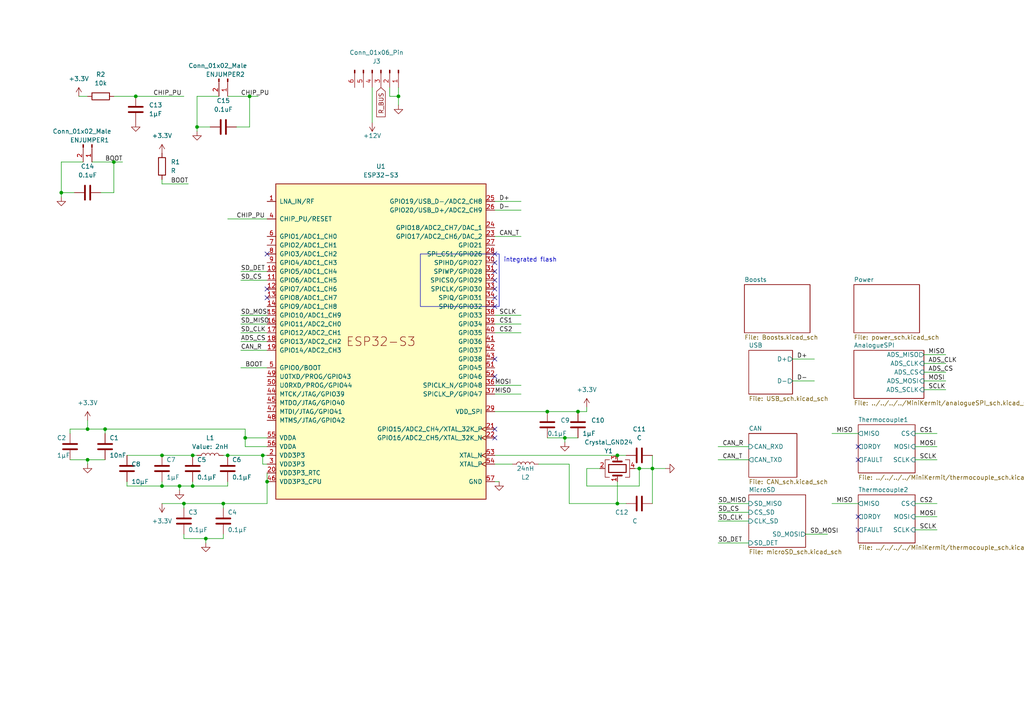
<source format=kicad_sch>
(kicad_sch (version 20230121) (generator eeschema)

  (uuid b3ecbcce-8bc5-493c-b5b6-3e2f69f7358a)

  (paper "A4")

  (lib_symbols
    (symbol "Connector:Conn_01x02_Male" (pin_names (offset 1.016) hide) (in_bom yes) (on_board yes)
      (property "Reference" "J" (at 0 2.54 0)
        (effects (font (size 1.27 1.27)))
      )
      (property "Value" "Conn_01x02_Male" (at 0 -5.08 0)
        (effects (font (size 1.27 1.27)))
      )
      (property "Footprint" "" (at 0 0 0)
        (effects (font (size 1.27 1.27)) hide)
      )
      (property "Datasheet" "~" (at 0 0 0)
        (effects (font (size 1.27 1.27)) hide)
      )
      (property "ki_keywords" "connector" (at 0 0 0)
        (effects (font (size 1.27 1.27)) hide)
      )
      (property "ki_description" "Generic connector, single row, 01x02, script generated (kicad-library-utils/schlib/autogen/connector/)" (at 0 0 0)
        (effects (font (size 1.27 1.27)) hide)
      )
      (property "ki_fp_filters" "Connector*:*_1x??_*" (at 0 0 0)
        (effects (font (size 1.27 1.27)) hide)
      )
      (symbol "Conn_01x02_Male_1_1"
        (polyline
          (pts
            (xy 1.27 -2.54)
            (xy 0.8636 -2.54)
          )
          (stroke (width 0.1524) (type default))
          (fill (type none))
        )
        (polyline
          (pts
            (xy 1.27 0)
            (xy 0.8636 0)
          )
          (stroke (width 0.1524) (type default))
          (fill (type none))
        )
        (rectangle (start 0.8636 -2.413) (end 0 -2.667)
          (stroke (width 0.1524) (type default))
          (fill (type outline))
        )
        (rectangle (start 0.8636 0.127) (end 0 -0.127)
          (stroke (width 0.1524) (type default))
          (fill (type outline))
        )
        (pin passive line (at 5.08 0 180) (length 3.81)
          (name "Pin_1" (effects (font (size 1.27 1.27))))
          (number "1" (effects (font (size 1.27 1.27))))
        )
        (pin passive line (at 5.08 -2.54 180) (length 3.81)
          (name "Pin_2" (effects (font (size 1.27 1.27))))
          (number "2" (effects (font (size 1.27 1.27))))
        )
      )
    )
    (symbol "Connector:Conn_01x06_Pin" (pin_names (offset 1.016) hide) (in_bom yes) (on_board yes)
      (property "Reference" "J" (at 0 7.62 0)
        (effects (font (size 1.27 1.27)))
      )
      (property "Value" "Conn_01x06_Pin" (at 0 -10.16 0)
        (effects (font (size 1.27 1.27)))
      )
      (property "Footprint" "" (at 0 0 0)
        (effects (font (size 1.27 1.27)) hide)
      )
      (property "Datasheet" "~" (at 0 0 0)
        (effects (font (size 1.27 1.27)) hide)
      )
      (property "ki_locked" "" (at 0 0 0)
        (effects (font (size 1.27 1.27)))
      )
      (property "ki_keywords" "connector" (at 0 0 0)
        (effects (font (size 1.27 1.27)) hide)
      )
      (property "ki_description" "Generic connector, single row, 01x06, script generated" (at 0 0 0)
        (effects (font (size 1.27 1.27)) hide)
      )
      (property "ki_fp_filters" "Connector*:*_1x??_*" (at 0 0 0)
        (effects (font (size 1.27 1.27)) hide)
      )
      (symbol "Conn_01x06_Pin_1_1"
        (polyline
          (pts
            (xy 1.27 -7.62)
            (xy 0.8636 -7.62)
          )
          (stroke (width 0.1524) (type default))
          (fill (type none))
        )
        (polyline
          (pts
            (xy 1.27 -5.08)
            (xy 0.8636 -5.08)
          )
          (stroke (width 0.1524) (type default))
          (fill (type none))
        )
        (polyline
          (pts
            (xy 1.27 -2.54)
            (xy 0.8636 -2.54)
          )
          (stroke (width 0.1524) (type default))
          (fill (type none))
        )
        (polyline
          (pts
            (xy 1.27 0)
            (xy 0.8636 0)
          )
          (stroke (width 0.1524) (type default))
          (fill (type none))
        )
        (polyline
          (pts
            (xy 1.27 2.54)
            (xy 0.8636 2.54)
          )
          (stroke (width 0.1524) (type default))
          (fill (type none))
        )
        (polyline
          (pts
            (xy 1.27 5.08)
            (xy 0.8636 5.08)
          )
          (stroke (width 0.1524) (type default))
          (fill (type none))
        )
        (rectangle (start 0.8636 -7.493) (end 0 -7.747)
          (stroke (width 0.1524) (type default))
          (fill (type outline))
        )
        (rectangle (start 0.8636 -4.953) (end 0 -5.207)
          (stroke (width 0.1524) (type default))
          (fill (type outline))
        )
        (rectangle (start 0.8636 -2.413) (end 0 -2.667)
          (stroke (width 0.1524) (type default))
          (fill (type outline))
        )
        (rectangle (start 0.8636 0.127) (end 0 -0.127)
          (stroke (width 0.1524) (type default))
          (fill (type outline))
        )
        (rectangle (start 0.8636 2.667) (end 0 2.413)
          (stroke (width 0.1524) (type default))
          (fill (type outline))
        )
        (rectangle (start 0.8636 5.207) (end 0 4.953)
          (stroke (width 0.1524) (type default))
          (fill (type outline))
        )
        (pin passive line (at 5.08 5.08 180) (length 3.81)
          (name "Pin_1" (effects (font (size 1.27 1.27))))
          (number "1" (effects (font (size 1.27 1.27))))
        )
        (pin passive line (at 5.08 2.54 180) (length 3.81)
          (name "Pin_2" (effects (font (size 1.27 1.27))))
          (number "2" (effects (font (size 1.27 1.27))))
        )
        (pin passive line (at 5.08 0 180) (length 3.81)
          (name "Pin_3" (effects (font (size 1.27 1.27))))
          (number "3" (effects (font (size 1.27 1.27))))
        )
        (pin passive line (at 5.08 -2.54 180) (length 3.81)
          (name "Pin_4" (effects (font (size 1.27 1.27))))
          (number "4" (effects (font (size 1.27 1.27))))
        )
        (pin passive line (at 5.08 -5.08 180) (length 3.81)
          (name "Pin_5" (effects (font (size 1.27 1.27))))
          (number "5" (effects (font (size 1.27 1.27))))
        )
        (pin passive line (at 5.08 -7.62 180) (length 3.81)
          (name "Pin_6" (effects (font (size 1.27 1.27))))
          (number "6" (effects (font (size 1.27 1.27))))
        )
      )
    )
    (symbol "Device:C" (pin_numbers hide) (pin_names (offset 0.254)) (in_bom yes) (on_board yes)
      (property "Reference" "C" (at 0.635 2.54 0)
        (effects (font (size 1.27 1.27)) (justify left))
      )
      (property "Value" "C" (at 0.635 -2.54 0)
        (effects (font (size 1.27 1.27)) (justify left))
      )
      (property "Footprint" "" (at 0.9652 -3.81 0)
        (effects (font (size 1.27 1.27)) hide)
      )
      (property "Datasheet" "~" (at 0 0 0)
        (effects (font (size 1.27 1.27)) hide)
      )
      (property "ki_keywords" "cap capacitor" (at 0 0 0)
        (effects (font (size 1.27 1.27)) hide)
      )
      (property "ki_description" "Unpolarized capacitor" (at 0 0 0)
        (effects (font (size 1.27 1.27)) hide)
      )
      (property "ki_fp_filters" "C_*" (at 0 0 0)
        (effects (font (size 1.27 1.27)) hide)
      )
      (symbol "C_0_1"
        (polyline
          (pts
            (xy -2.032 -0.762)
            (xy 2.032 -0.762)
          )
          (stroke (width 0.508) (type default))
          (fill (type none))
        )
        (polyline
          (pts
            (xy -2.032 0.762)
            (xy 2.032 0.762)
          )
          (stroke (width 0.508) (type default))
          (fill (type none))
        )
      )
      (symbol "C_1_1"
        (pin passive line (at 0 3.81 270) (length 2.794)
          (name "~" (effects (font (size 1.27 1.27))))
          (number "1" (effects (font (size 1.27 1.27))))
        )
        (pin passive line (at 0 -3.81 90) (length 2.794)
          (name "~" (effects (font (size 1.27 1.27))))
          (number "2" (effects (font (size 1.27 1.27))))
        )
      )
    )
    (symbol "Device:Crystal_GND24" (pin_names (offset 1.016) hide) (in_bom yes) (on_board yes)
      (property "Reference" "Y" (at 3.175 5.08 0)
        (effects (font (size 1.27 1.27)) (justify left))
      )
      (property "Value" "Crystal_GND24" (at 3.175 3.175 0)
        (effects (font (size 1.27 1.27)) (justify left))
      )
      (property "Footprint" "" (at 0 0 0)
        (effects (font (size 1.27 1.27)) hide)
      )
      (property "Datasheet" "~" (at 0 0 0)
        (effects (font (size 1.27 1.27)) hide)
      )
      (property "ki_keywords" "quartz ceramic resonator oscillator" (at 0 0 0)
        (effects (font (size 1.27 1.27)) hide)
      )
      (property "ki_description" "Four pin crystal, GND on pins 2 and 4" (at 0 0 0)
        (effects (font (size 1.27 1.27)) hide)
      )
      (property "ki_fp_filters" "Crystal*" (at 0 0 0)
        (effects (font (size 1.27 1.27)) hide)
      )
      (symbol "Crystal_GND24_0_1"
        (rectangle (start -1.143 2.54) (end 1.143 -2.54)
          (stroke (width 0.3048) (type default))
          (fill (type none))
        )
        (polyline
          (pts
            (xy -2.54 0)
            (xy -2.032 0)
          )
          (stroke (width 0) (type default))
          (fill (type none))
        )
        (polyline
          (pts
            (xy -2.032 -1.27)
            (xy -2.032 1.27)
          )
          (stroke (width 0.508) (type default))
          (fill (type none))
        )
        (polyline
          (pts
            (xy 0 -3.81)
            (xy 0 -3.556)
          )
          (stroke (width 0) (type default))
          (fill (type none))
        )
        (polyline
          (pts
            (xy 0 3.556)
            (xy 0 3.81)
          )
          (stroke (width 0) (type default))
          (fill (type none))
        )
        (polyline
          (pts
            (xy 2.032 -1.27)
            (xy 2.032 1.27)
          )
          (stroke (width 0.508) (type default))
          (fill (type none))
        )
        (polyline
          (pts
            (xy 2.032 0)
            (xy 2.54 0)
          )
          (stroke (width 0) (type default))
          (fill (type none))
        )
        (polyline
          (pts
            (xy -2.54 -2.286)
            (xy -2.54 -3.556)
            (xy 2.54 -3.556)
            (xy 2.54 -2.286)
          )
          (stroke (width 0) (type default))
          (fill (type none))
        )
        (polyline
          (pts
            (xy -2.54 2.286)
            (xy -2.54 3.556)
            (xy 2.54 3.556)
            (xy 2.54 2.286)
          )
          (stroke (width 0) (type default))
          (fill (type none))
        )
      )
      (symbol "Crystal_GND24_1_1"
        (pin passive line (at -3.81 0 0) (length 1.27)
          (name "1" (effects (font (size 1.27 1.27))))
          (number "1" (effects (font (size 1.27 1.27))))
        )
        (pin passive line (at 0 5.08 270) (length 1.27)
          (name "2" (effects (font (size 1.27 1.27))))
          (number "2" (effects (font (size 1.27 1.27))))
        )
        (pin passive line (at 3.81 0 180) (length 1.27)
          (name "3" (effects (font (size 1.27 1.27))))
          (number "3" (effects (font (size 1.27 1.27))))
        )
        (pin passive line (at 0 -5.08 90) (length 1.27)
          (name "4" (effects (font (size 1.27 1.27))))
          (number "4" (effects (font (size 1.27 1.27))))
        )
      )
    )
    (symbol "Device:L" (pin_numbers hide) (pin_names (offset 1.016) hide) (in_bom yes) (on_board yes)
      (property "Reference" "L" (at -1.27 0 90)
        (effects (font (size 1.27 1.27)))
      )
      (property "Value" "L" (at 1.905 0 90)
        (effects (font (size 1.27 1.27)))
      )
      (property "Footprint" "" (at 0 0 0)
        (effects (font (size 1.27 1.27)) hide)
      )
      (property "Datasheet" "~" (at 0 0 0)
        (effects (font (size 1.27 1.27)) hide)
      )
      (property "ki_keywords" "inductor choke coil reactor magnetic" (at 0 0 0)
        (effects (font (size 1.27 1.27)) hide)
      )
      (property "ki_description" "Inductor" (at 0 0 0)
        (effects (font (size 1.27 1.27)) hide)
      )
      (property "ki_fp_filters" "Choke_* *Coil* Inductor_* L_*" (at 0 0 0)
        (effects (font (size 1.27 1.27)) hide)
      )
      (symbol "L_0_1"
        (arc (start 0 -2.54) (mid 0.6323 -1.905) (end 0 -1.27)
          (stroke (width 0) (type default))
          (fill (type none))
        )
        (arc (start 0 -1.27) (mid 0.6323 -0.635) (end 0 0)
          (stroke (width 0) (type default))
          (fill (type none))
        )
        (arc (start 0 0) (mid 0.6323 0.635) (end 0 1.27)
          (stroke (width 0) (type default))
          (fill (type none))
        )
        (arc (start 0 1.27) (mid 0.6323 1.905) (end 0 2.54)
          (stroke (width 0) (type default))
          (fill (type none))
        )
      )
      (symbol "L_1_1"
        (pin passive line (at 0 3.81 270) (length 1.27)
          (name "1" (effects (font (size 1.27 1.27))))
          (number "1" (effects (font (size 1.27 1.27))))
        )
        (pin passive line (at 0 -3.81 90) (length 1.27)
          (name "2" (effects (font (size 1.27 1.27))))
          (number "2" (effects (font (size 1.27 1.27))))
        )
      )
    )
    (symbol "Device:R" (pin_numbers hide) (pin_names (offset 0)) (in_bom yes) (on_board yes)
      (property "Reference" "R" (at 2.032 0 90)
        (effects (font (size 1.27 1.27)))
      )
      (property "Value" "R" (at 0 0 90)
        (effects (font (size 1.27 1.27)))
      )
      (property "Footprint" "" (at -1.778 0 90)
        (effects (font (size 1.27 1.27)) hide)
      )
      (property "Datasheet" "~" (at 0 0 0)
        (effects (font (size 1.27 1.27)) hide)
      )
      (property "ki_keywords" "R res resistor" (at 0 0 0)
        (effects (font (size 1.27 1.27)) hide)
      )
      (property "ki_description" "Resistor" (at 0 0 0)
        (effects (font (size 1.27 1.27)) hide)
      )
      (property "ki_fp_filters" "R_*" (at 0 0 0)
        (effects (font (size 1.27 1.27)) hide)
      )
      (symbol "R_0_1"
        (rectangle (start -1.016 -2.54) (end 1.016 2.54)
          (stroke (width 0.254) (type default))
          (fill (type none))
        )
      )
      (symbol "R_1_1"
        (pin passive line (at 0 3.81 270) (length 1.27)
          (name "~" (effects (font (size 1.27 1.27))))
          (number "1" (effects (font (size 1.27 1.27))))
        )
        (pin passive line (at 0 -3.81 90) (length 1.27)
          (name "~" (effects (font (size 1.27 1.27))))
          (number "2" (effects (font (size 1.27 1.27))))
        )
      )
    )
    (symbol "Espressif:ESP32-S3" (pin_names (offset 1.016)) (in_bom yes) (on_board yes)
      (property "Reference" "U" (at 0 48.26 0)
        (effects (font (size 1.27 1.27)))
      )
      (property "Value" "ESP32-S3" (at 0 -48.26 0)
        (effects (font (size 1.27 1.27)))
      )
      (property "Footprint" "Package_DFN_QFN:QFN-56-1EP_7x7mm_P0.4mm_EP5.6x5.6mm" (at 0 -50.8 0)
        (effects (font (size 1.27 1.27)) hide)
      )
      (property "Datasheet" "https://www.espressif.com/sites/default/files/documentation/esp32-s3_datasheet_en.pdf" (at 0 -53.34 0)
        (effects (font (size 1.27 1.27)) hide)
      )
      (property "ki_description" "ESP32-S3 is a low-power MCU-based system-on-chip (SoC) that supports 2.4 GHz Wi-Fi and Bluetooth® Low Energy (Bluetooth LE). It consists of high-performance dual-core microprocessor (Xtensa® 32-bit LX7), a low power coprocessor, a Wi-Fi baseband, a Bluetooth LE baseband, RF module, and peripherals." (at 0 0 0)
        (effects (font (size 1.27 1.27)) hide)
      )
      (symbol "ESP32-S3_0_0"
        (text "ESP32-S3" (at 0 0 0)
          (effects (font (size 2.54 2.54)))
        )
        (pin bidirectional line (at 33.02 -12.7 180) (length 2.54)
          (name "SPICLK_N/GPIO48" (effects (font (size 1.27 1.27))))
          (number "36" (effects (font (size 1.27 1.27))))
        )
        (pin bidirectional line (at 33.02 -15.24 180) (length 2.54)
          (name "SPICLK_P/GPIO47" (effects (font (size 1.27 1.27))))
          (number "37" (effects (font (size 1.27 1.27))))
        )
      )
      (symbol "ESP32-S3_0_1"
        (rectangle (start -30.48 45.72) (end 30.48 -45.72)
          (stroke (width 0.254) (type default))
          (fill (type background))
        )
      )
      (symbol "ESP32-S3_1_1"
        (pin bidirectional line (at -33.02 40.64 0) (length 2.54)
          (name "LNA_IN/RF" (effects (font (size 1.27 1.27))))
          (number "1" (effects (font (size 1.27 1.27))))
        )
        (pin bidirectional line (at -33.02 20.32 0) (length 2.54)
          (name "GPIO5/ADC1_CH4" (effects (font (size 1.27 1.27))))
          (number "10" (effects (font (size 1.27 1.27))))
        )
        (pin bidirectional line (at -33.02 17.78 0) (length 2.54)
          (name "GPIO6/ADC1_CH5" (effects (font (size 1.27 1.27))))
          (number "11" (effects (font (size 1.27 1.27))))
        )
        (pin bidirectional line (at -33.02 15.24 0) (length 2.54)
          (name "GPIO7/ADC1_CH6" (effects (font (size 1.27 1.27))))
          (number "12" (effects (font (size 1.27 1.27))))
        )
        (pin bidirectional line (at -33.02 12.7 0) (length 2.54)
          (name "GPIO8/ADC1_CH7" (effects (font (size 1.27 1.27))))
          (number "13" (effects (font (size 1.27 1.27))))
        )
        (pin bidirectional line (at -33.02 10.16 0) (length 2.54)
          (name "GPIO9/ADC1_CH8" (effects (font (size 1.27 1.27))))
          (number "14" (effects (font (size 1.27 1.27))))
        )
        (pin bidirectional line (at -33.02 7.62 0) (length 2.54)
          (name "GPIO10/ADC1_CH9" (effects (font (size 1.27 1.27))))
          (number "15" (effects (font (size 1.27 1.27))))
        )
        (pin bidirectional line (at -33.02 5.08 0) (length 2.54)
          (name "GPIO11/ADC2_CH0" (effects (font (size 1.27 1.27))))
          (number "16" (effects (font (size 1.27 1.27))))
        )
        (pin bidirectional line (at -33.02 2.54 0) (length 2.54)
          (name "GPIO12/ADC2_CH1" (effects (font (size 1.27 1.27))))
          (number "17" (effects (font (size 1.27 1.27))))
        )
        (pin bidirectional line (at -33.02 0 0) (length 2.54)
          (name "GPIO13/ADC2_CH2" (effects (font (size 1.27 1.27))))
          (number "18" (effects (font (size 1.27 1.27))))
        )
        (pin bidirectional line (at -33.02 -2.54 0) (length 2.54)
          (name "GPIO14/ADC2_CH3" (effects (font (size 1.27 1.27))))
          (number "19" (effects (font (size 1.27 1.27))))
        )
        (pin power_in line (at -33.02 -33.02 0) (length 2.54)
          (name "VDD3P3" (effects (font (size 1.27 1.27))))
          (number "2" (effects (font (size 1.27 1.27))))
        )
        (pin power_in line (at -33.02 -38.1 0) (length 2.54)
          (name "VDD3P3_RTC" (effects (font (size 1.27 1.27))))
          (number "20" (effects (font (size 1.27 1.27))))
        )
        (pin input clock (at 33.02 -25.4 180) (length 2.54)
          (name "GPIO15/ADC2_CH4/XTAL_32K_P" (effects (font (size 1.27 1.27))))
          (number "21" (effects (font (size 1.27 1.27))))
        )
        (pin output clock (at 33.02 -27.94 180) (length 2.54)
          (name "GPIO16/ADC2_CH5/XTAL_32K_N" (effects (font (size 1.27 1.27))))
          (number "22" (effects (font (size 1.27 1.27))))
        )
        (pin bidirectional line (at 33.02 30.48 180) (length 2.54)
          (name "GPIO17/ADC2_CH6/DAC_2" (effects (font (size 1.27 1.27))))
          (number "23" (effects (font (size 1.27 1.27))))
        )
        (pin bidirectional line (at 33.02 33.02 180) (length 2.54)
          (name "GPIO18/ADC2_CH7/DAC_1" (effects (font (size 1.27 1.27))))
          (number "24" (effects (font (size 1.27 1.27))))
        )
        (pin bidirectional line (at 33.02 40.64 180) (length 2.54)
          (name "GPIO19/USB_D-/ADC2_CH8" (effects (font (size 1.27 1.27))))
          (number "25" (effects (font (size 1.27 1.27))))
        )
        (pin bidirectional line (at 33.02 38.1 180) (length 2.54)
          (name "GPIO20/USB_D+/ADC2_CH9" (effects (font (size 1.27 1.27))))
          (number "26" (effects (font (size 1.27 1.27))))
        )
        (pin bidirectional line (at 33.02 27.94 180) (length 2.54)
          (name "GPIO21" (effects (font (size 1.27 1.27))))
          (number "27" (effects (font (size 1.27 1.27))))
        )
        (pin bidirectional line (at 33.02 25.4 180) (length 2.54)
          (name "SPI_CS1/GPIO26" (effects (font (size 1.27 1.27))))
          (number "28" (effects (font (size 1.27 1.27))))
        )
        (pin power_out line (at 33.02 -20.32 180) (length 2.54)
          (name "VDD_SPI" (effects (font (size 1.27 1.27))))
          (number "29" (effects (font (size 1.27 1.27))))
        )
        (pin power_in line (at -33.02 -35.56 0) (length 2.54)
          (name "VDD3P3" (effects (font (size 1.27 1.27))))
          (number "3" (effects (font (size 1.27 1.27))))
        )
        (pin bidirectional line (at 33.02 22.86 180) (length 2.54)
          (name "SPIHD/GPIO27" (effects (font (size 1.27 1.27))))
          (number "30" (effects (font (size 1.27 1.27))))
        )
        (pin bidirectional line (at 33.02 20.32 180) (length 2.54)
          (name "SPIWP/GPIO28" (effects (font (size 1.27 1.27))))
          (number "31" (effects (font (size 1.27 1.27))))
        )
        (pin bidirectional line (at 33.02 17.78 180) (length 2.54)
          (name "SPICS0/GPIO29" (effects (font (size 1.27 1.27))))
          (number "32" (effects (font (size 1.27 1.27))))
        )
        (pin bidirectional line (at 33.02 15.24 180) (length 2.54)
          (name "SPICLK/GPIO30" (effects (font (size 1.27 1.27))))
          (number "33" (effects (font (size 1.27 1.27))))
        )
        (pin bidirectional line (at 33.02 12.7 180) (length 2.54)
          (name "SPIQ/GPIO31" (effects (font (size 1.27 1.27))))
          (number "34" (effects (font (size 1.27 1.27))))
        )
        (pin bidirectional line (at 33.02 10.16 180) (length 2.54)
          (name "SPID/GPIO32" (effects (font (size 1.27 1.27))))
          (number "35" (effects (font (size 1.27 1.27))))
        )
        (pin bidirectional line (at 33.02 7.62 180) (length 2.54)
          (name "GPIO33" (effects (font (size 1.27 1.27))))
          (number "38" (effects (font (size 1.27 1.27))))
        )
        (pin bidirectional line (at 33.02 5.08 180) (length 2.54)
          (name "GPIO34" (effects (font (size 1.27 1.27))))
          (number "39" (effects (font (size 1.27 1.27))))
        )
        (pin input line (at -33.02 35.56 0) (length 2.54)
          (name "CHIP_PU/RESET" (effects (font (size 1.27 1.27))))
          (number "4" (effects (font (size 1.27 1.27))))
        )
        (pin bidirectional line (at 33.02 2.54 180) (length 2.54)
          (name "GPIO35" (effects (font (size 1.27 1.27))))
          (number "40" (effects (font (size 1.27 1.27))))
        )
        (pin bidirectional line (at 33.02 0 180) (length 2.54)
          (name "GPIO36" (effects (font (size 1.27 1.27))))
          (number "41" (effects (font (size 1.27 1.27))))
        )
        (pin bidirectional line (at 33.02 -2.54 180) (length 2.54)
          (name "GPIO37" (effects (font (size 1.27 1.27))))
          (number "42" (effects (font (size 1.27 1.27))))
        )
        (pin bidirectional line (at 33.02 -5.08 180) (length 2.54)
          (name "GPIO38" (effects (font (size 1.27 1.27))))
          (number "43" (effects (font (size 1.27 1.27))))
        )
        (pin bidirectional line (at -33.02 -15.24 0) (length 2.54)
          (name "MTCK/JTAG/GPIO39" (effects (font (size 1.27 1.27))))
          (number "44" (effects (font (size 1.27 1.27))))
        )
        (pin bidirectional line (at -33.02 -17.78 0) (length 2.54)
          (name "MTDO/JTAG/GPIO40" (effects (font (size 1.27 1.27))))
          (number "45" (effects (font (size 1.27 1.27))))
        )
        (pin power_in line (at -33.02 -40.64 0) (length 2.54)
          (name "VDD3P3_CPU" (effects (font (size 1.27 1.27))))
          (number "46" (effects (font (size 1.27 1.27))))
        )
        (pin bidirectional line (at -33.02 -20.32 0) (length 2.54)
          (name "MTDI/JTAG/GPIO41" (effects (font (size 1.27 1.27))))
          (number "47" (effects (font (size 1.27 1.27))))
        )
        (pin bidirectional line (at -33.02 -22.86 0) (length 2.54)
          (name "MTMS/JTAG/GPIO42" (effects (font (size 1.27 1.27))))
          (number "48" (effects (font (size 1.27 1.27))))
        )
        (pin bidirectional line (at -33.02 -10.16 0) (length 2.54)
          (name "U0TXD/PROG/GPIO43" (effects (font (size 1.27 1.27))))
          (number "49" (effects (font (size 1.27 1.27))))
        )
        (pin bidirectional line (at -33.02 -7.62 0) (length 2.54)
          (name "GPIO0/BOOT" (effects (font (size 1.27 1.27))))
          (number "5" (effects (font (size 1.27 1.27))))
        )
        (pin bidirectional line (at -33.02 -12.7 0) (length 2.54)
          (name "U0RXD/PROG/GPIO44" (effects (font (size 1.27 1.27))))
          (number "50" (effects (font (size 1.27 1.27))))
        )
        (pin bidirectional line (at 33.02 -7.62 180) (length 2.54)
          (name "GPIO45" (effects (font (size 1.27 1.27))))
          (number "51" (effects (font (size 1.27 1.27))))
        )
        (pin bidirectional line (at 33.02 -10.16 180) (length 2.54)
          (name "GPIO46" (effects (font (size 1.27 1.27))))
          (number "52" (effects (font (size 1.27 1.27))))
        )
        (pin input clock (at 33.02 -33.02 180) (length 2.54)
          (name "XTAL_N" (effects (font (size 1.27 1.27))))
          (number "53" (effects (font (size 1.27 1.27))))
        )
        (pin output clock (at 33.02 -35.56 180) (length 2.54)
          (name "XTAL_P" (effects (font (size 1.27 1.27))))
          (number "54" (effects (font (size 1.27 1.27))))
        )
        (pin power_in line (at -33.02 -27.94 0) (length 2.54)
          (name "VDDA" (effects (font (size 1.27 1.27))))
          (number "55" (effects (font (size 1.27 1.27))))
        )
        (pin power_in line (at -33.02 -30.48 0) (length 2.54)
          (name "VDDA" (effects (font (size 1.27 1.27))))
          (number "56" (effects (font (size 1.27 1.27))))
        )
        (pin power_in line (at 33.02 -40.64 180) (length 2.54)
          (name "GND" (effects (font (size 1.27 1.27))))
          (number "57" (effects (font (size 1.27 1.27))))
        )
        (pin bidirectional line (at -33.02 30.48 0) (length 2.54)
          (name "GPIO1/ADC1_CH0" (effects (font (size 1.27 1.27))))
          (number "6" (effects (font (size 1.27 1.27))))
        )
        (pin bidirectional line (at -33.02 27.94 0) (length 2.54)
          (name "GPIO2/ADC1_CH1" (effects (font (size 1.27 1.27))))
          (number "7" (effects (font (size 1.27 1.27))))
        )
        (pin bidirectional line (at -33.02 25.4 0) (length 2.54)
          (name "GPIO3/ADC1_CH2" (effects (font (size 1.27 1.27))))
          (number "8" (effects (font (size 1.27 1.27))))
        )
        (pin bidirectional line (at -33.02 22.86 0) (length 2.54)
          (name "GPIO4/ADC1_CH3" (effects (font (size 1.27 1.27))))
          (number "9" (effects (font (size 1.27 1.27))))
        )
      )
    )
    (symbol "power:+12V" (power) (pin_names (offset 0)) (in_bom yes) (on_board yes)
      (property "Reference" "#PWR" (at 0 -3.81 0)
        (effects (font (size 1.27 1.27)) hide)
      )
      (property "Value" "+12V" (at 0 3.556 0)
        (effects (font (size 1.27 1.27)))
      )
      (property "Footprint" "" (at 0 0 0)
        (effects (font (size 1.27 1.27)) hide)
      )
      (property "Datasheet" "" (at 0 0 0)
        (effects (font (size 1.27 1.27)) hide)
      )
      (property "ki_keywords" "global power" (at 0 0 0)
        (effects (font (size 1.27 1.27)) hide)
      )
      (property "ki_description" "Power symbol creates a global label with name \"+12V\"" (at 0 0 0)
        (effects (font (size 1.27 1.27)) hide)
      )
      (symbol "+12V_0_1"
        (polyline
          (pts
            (xy -0.762 1.27)
            (xy 0 2.54)
          )
          (stroke (width 0) (type default))
          (fill (type none))
        )
        (polyline
          (pts
            (xy 0 0)
            (xy 0 2.54)
          )
          (stroke (width 0) (type default))
          (fill (type none))
        )
        (polyline
          (pts
            (xy 0 2.54)
            (xy 0.762 1.27)
          )
          (stroke (width 0) (type default))
          (fill (type none))
        )
      )
      (symbol "+12V_1_1"
        (pin power_in line (at 0 0 90) (length 0) hide
          (name "+12V" (effects (font (size 1.27 1.27))))
          (number "1" (effects (font (size 1.27 1.27))))
        )
      )
    )
    (symbol "power:+3.3V" (power) (pin_names (offset 0)) (in_bom yes) (on_board yes)
      (property "Reference" "#PWR" (at 0 -3.81 0)
        (effects (font (size 1.27 1.27)) hide)
      )
      (property "Value" "+3.3V" (at 0 3.556 0)
        (effects (font (size 1.27 1.27)))
      )
      (property "Footprint" "" (at 0 0 0)
        (effects (font (size 1.27 1.27)) hide)
      )
      (property "Datasheet" "" (at 0 0 0)
        (effects (font (size 1.27 1.27)) hide)
      )
      (property "ki_keywords" "global power" (at 0 0 0)
        (effects (font (size 1.27 1.27)) hide)
      )
      (property "ki_description" "Power symbol creates a global label with name \"+3.3V\"" (at 0 0 0)
        (effects (font (size 1.27 1.27)) hide)
      )
      (symbol "+3.3V_0_1"
        (polyline
          (pts
            (xy -0.762 1.27)
            (xy 0 2.54)
          )
          (stroke (width 0) (type default))
          (fill (type none))
        )
        (polyline
          (pts
            (xy 0 0)
            (xy 0 2.54)
          )
          (stroke (width 0) (type default))
          (fill (type none))
        )
        (polyline
          (pts
            (xy 0 2.54)
            (xy 0.762 1.27)
          )
          (stroke (width 0) (type default))
          (fill (type none))
        )
      )
      (symbol "+3.3V_1_1"
        (pin power_in line (at 0 0 90) (length 0) hide
          (name "+3.3V" (effects (font (size 1.27 1.27))))
          (number "1" (effects (font (size 1.27 1.27))))
        )
      )
    )
    (symbol "power:GND" (power) (pin_names (offset 0)) (in_bom yes) (on_board yes)
      (property "Reference" "#PWR" (at 0 -6.35 0)
        (effects (font (size 1.27 1.27)) hide)
      )
      (property "Value" "GND" (at 0 -3.81 0)
        (effects (font (size 1.27 1.27)))
      )
      (property "Footprint" "" (at 0 0 0)
        (effects (font (size 1.27 1.27)) hide)
      )
      (property "Datasheet" "" (at 0 0 0)
        (effects (font (size 1.27 1.27)) hide)
      )
      (property "ki_keywords" "global power" (at 0 0 0)
        (effects (font (size 1.27 1.27)) hide)
      )
      (property "ki_description" "Power symbol creates a global label with name \"GND\" , ground" (at 0 0 0)
        (effects (font (size 1.27 1.27)) hide)
      )
      (symbol "GND_0_1"
        (polyline
          (pts
            (xy 0 0)
            (xy 0 -1.27)
            (xy 1.27 -1.27)
            (xy 0 -2.54)
            (xy -1.27 -1.27)
            (xy 0 -1.27)
          )
          (stroke (width 0) (type default))
          (fill (type none))
        )
      )
      (symbol "GND_1_1"
        (pin power_in line (at 0 0 270) (length 0) hide
          (name "GND" (effects (font (size 1.27 1.27))))
          (number "1" (effects (font (size 1.27 1.27))))
        )
      )
    )
  )

  (junction (at 55.88 132.08) (diameter 0) (color 0 0 0 0)
    (uuid 0fb753c6-cf4f-4a6f-b35a-8e6a2b92f595)
  )
  (junction (at 72.39 27.94) (diameter 0) (color 0 0 0 0)
    (uuid 14734ee7-b96f-4ed8-a16a-a7f6fcf9a92f)
  )
  (junction (at 66.04 132.08) (diameter 0) (color 0 0 0 0)
    (uuid 174d1bd9-6974-4c2f-8fec-5df4f2b91670)
  )
  (junction (at 77.47 139.7) (diameter 0) (color 0 0 0 0)
    (uuid 2665dcd9-a5c0-4ec8-be31-6b9c5d1dd39e)
  )
  (junction (at 76.2 132.08) (diameter 0) (color 0 0 0 0)
    (uuid 28dcbd3d-515c-4e2d-bebe-e3988da79222)
  )
  (junction (at 39.37 27.94) (diameter 0) (color 0 0 0 0)
    (uuid 39a1d0ac-d020-4bb3-94b5-8da9b6e72c3d)
  )
  (junction (at 179.07 132.08) (diameter 0) (color 0 0 0 0)
    (uuid 41803af5-7393-4c71-b9cf-1b55ea550522)
  )
  (junction (at 71.12 127) (diameter 0) (color 0 0 0 0)
    (uuid 43bcc258-6b15-4890-a49e-5fd0c7a12b62)
  )
  (junction (at 17.78 55.88) (diameter 0) (color 0 0 0 0)
    (uuid 46153ce8-2cb3-4644-bfec-216c84361110)
  )
  (junction (at 30.48 124.46) (diameter 0) (color 0 0 0 0)
    (uuid 5b38247e-b12f-438a-ad5c-c7c6b4c1d3a9)
  )
  (junction (at 33.02 46.99) (diameter 0) (color 0 0 0 0)
    (uuid 6cade11e-6136-4c31-93a1-a20b6b7358c8)
  )
  (junction (at 167.64 119.38) (diameter 0) (color 0 0 0 0)
    (uuid 6d0a6f87-32e9-448b-9f6e-3b3cd583c4e0)
  )
  (junction (at 163.83 127) (diameter 0) (color 0 0 0 0)
    (uuid 75bbf7db-c6be-406d-a8d7-f4bafaf62198)
  )
  (junction (at 185.42 135.89) (diameter 0) (color 0 0 0 0)
    (uuid 7b86d10e-4406-4204-96ee-6fc67b8b343f)
  )
  (junction (at 64.77 146.05) (diameter 0) (color 0 0 0 0)
    (uuid 838b5141-a867-45ba-9da2-506f64707f4e)
  )
  (junction (at 46.99 140.97) (diameter 0) (color 0 0 0 0)
    (uuid 9f8ec28b-d5c2-4f3f-90e8-24579c182ba1)
  )
  (junction (at 46.99 132.08) (diameter 0) (color 0 0 0 0)
    (uuid aaa62f70-bf54-4cde-87c5-7a1991753f0b)
  )
  (junction (at 57.15 36.83) (diameter 0) (color 0 0 0 0)
    (uuid ad6f94ec-dd1f-42ab-ada0-dd4f839d5bf1)
  )
  (junction (at 59.69 156.21) (diameter 0) (color 0 0 0 0)
    (uuid bc70e329-9eab-4a3d-8f3c-624563ba0a11)
  )
  (junction (at 25.4 124.46) (diameter 0) (color 0 0 0 0)
    (uuid bfafb704-1938-4565-8c34-4233ceead587)
  )
  (junction (at 55.88 140.97) (diameter 0) (color 0 0 0 0)
    (uuid c2c74520-57d5-4017-9346-08116dd7e2c1)
  )
  (junction (at 115.57 27.94) (diameter 0) (color 0 0 0 0)
    (uuid d8af327a-f374-4311-82c2-fa535b2a4f0d)
  )
  (junction (at 25.4 133.35) (diameter 0) (color 0 0 0 0)
    (uuid d9d3f77b-c6cd-485d-aeab-b56fa587fcec)
  )
  (junction (at 189.23 135.89) (diameter 0) (color 0 0 0 0)
    (uuid daacf1ac-2bcf-4e7f-b5eb-73059211e017)
  )
  (junction (at 179.07 146.05) (diameter 0) (color 0 0 0 0)
    (uuid df456589-de2a-4bf3-bb0e-c1bff7356631)
  )
  (junction (at 53.34 146.05) (diameter 0) (color 0 0 0 0)
    (uuid e1e43265-b773-4c83-8535-8bcc31b9c726)
  )
  (junction (at 52.07 140.97) (diameter 0) (color 0 0 0 0)
    (uuid ef668351-483c-4d16-ad0f-f9e37889f6be)
  )
  (junction (at 158.75 119.38) (diameter 0) (color 0 0 0 0)
    (uuid f0bff0bb-9c21-4fb4-b931-da308343f81a)
  )

  (no_connect (at 248.92 133.35) (uuid 067c7e45-25aa-494b-ab4c-27333d72dc89))
  (no_connect (at 143.51 78.74) (uuid 1d6a2756-a81f-49a0-91d1-448c0e1af63a))
  (no_connect (at 248.92 153.67) (uuid 1fda31df-3eaa-4d0c-a163-27f671215303))
  (no_connect (at 143.51 88.9) (uuid 22be6230-1ede-478d-9341-ae38b6a52365))
  (no_connect (at 77.47 83.82) (uuid 23638679-93c1-4480-8b73-dc515afd6dce))
  (no_connect (at 77.47 73.66) (uuid 276123c3-2f9d-484b-a561-22d17c020bbd))
  (no_connect (at 143.51 109.22) (uuid 3b6b9ad0-c64e-4b60-a58f-bba84900baf4))
  (no_connect (at 143.51 81.28) (uuid 5bf9908d-a51a-48ad-9443-200430826406))
  (no_connect (at 143.51 73.66) (uuid 64c18830-ca84-4f6a-a8e2-ec1b32d65412))
  (no_connect (at 143.51 104.14) (uuid 79aad357-cdb5-4438-82f8-db3e8e1c3c2f))
  (no_connect (at 143.51 124.46) (uuid 7bab5d9e-0a88-4f6d-b926-067650fa269d))
  (no_connect (at 143.51 127) (uuid 91c4f45a-7705-443f-b997-b8c154dcf357))
  (no_connect (at 143.51 76.2) (uuid 9294c1a2-0e3d-4d84-a282-a7fd79e2c56f))
  (no_connect (at 143.51 86.36) (uuid a7f8b1f7-d0d0-44df-9b14-f61451514fc3))
  (no_connect (at 143.51 83.82) (uuid ab44ad6f-41a8-4b25-8360-3c79564c8b0c))
  (no_connect (at 77.47 86.36) (uuid c88a9b87-a6cc-4045-9cfd-0a306b69b119))
  (no_connect (at 248.92 149.86) (uuid d201bf64-f32e-49b2-a01d-c12797aeb9e8))
  (no_connect (at 248.92 129.54) (uuid e1fac97b-cb96-4049-a4ff-0c3adcd498eb))

  (wire (pts (xy 36.83 132.08) (xy 46.99 132.08))
    (stroke (width 0) (type default))
    (uuid 000df52d-0259-4e67-b66a-19666cd6ed33)
  )
  (wire (pts (xy 173.99 135.89) (xy 170.18 135.89))
    (stroke (width 0) (type default))
    (uuid 0459eba4-49c3-45e2-b674-0ba40f66644c)
  )
  (wire (pts (xy 68.58 36.83) (xy 72.39 36.83))
    (stroke (width 0) (type default))
    (uuid 04dbc1f5-8a99-40f6-8887-b03bf05f5651)
  )
  (wire (pts (xy 107.95 35.56) (xy 107.95 25.4))
    (stroke (width 0) (type default))
    (uuid 04f36f7b-bb13-4dc1-83c5-6ea39171b0b3)
  )
  (wire (pts (xy 71.12 127) (xy 71.12 129.54))
    (stroke (width 0) (type default))
    (uuid 0519260c-251f-46e8-9d92-495e90e1a36a)
  )
  (wire (pts (xy 181.61 132.08) (xy 179.07 132.08))
    (stroke (width 0) (type default))
    (uuid 058e7359-73c1-448d-929b-4a6685132489)
  )
  (wire (pts (xy 76.2 132.08) (xy 77.47 132.08))
    (stroke (width 0) (type default))
    (uuid 0927d887-1bdf-4bbc-a985-4cce52746112)
  )
  (wire (pts (xy 267.97 107.95) (xy 274.32 107.95))
    (stroke (width 0) (type default))
    (uuid 09287345-e59c-4ee5-8cb4-206d104fdc0a)
  )
  (wire (pts (xy 17.78 55.88) (xy 21.59 55.88))
    (stroke (width 0) (type default))
    (uuid 09b2eae8-cfb2-4ba7-9a76-c1d478cdd70d)
  )
  (wire (pts (xy 17.78 55.88) (xy 17.78 57.15))
    (stroke (width 0) (type default))
    (uuid 0c10b70d-1aae-4f18-a33d-45d610d2a3df)
  )
  (wire (pts (xy 39.37 27.94) (xy 53.34 27.94))
    (stroke (width 0) (type default))
    (uuid 0e35cbef-93e2-4bda-aed0-3c4751650d37)
  )
  (wire (pts (xy 185.42 135.89) (xy 185.42 140.97))
    (stroke (width 0) (type default))
    (uuid 0fcb1a18-a941-4fc2-ac53-9127605f393b)
  )
  (wire (pts (xy 77.47 146.05) (xy 77.47 139.7))
    (stroke (width 0) (type default))
    (uuid 10676e4c-9a9d-4960-a2eb-d979aeb784fa)
  )
  (wire (pts (xy 267.97 113.03) (xy 274.32 113.03))
    (stroke (width 0) (type default))
    (uuid 13059fb5-2cf8-43cc-996e-0d6b3638fbb6)
  )
  (wire (pts (xy 69.85 99.06) (xy 77.47 99.06))
    (stroke (width 0) (type default))
    (uuid 13236323-0d13-4b98-8a6c-823ffd9e0118)
  )
  (wire (pts (xy 208.28 133.35) (xy 217.17 133.35))
    (stroke (width 0) (type default))
    (uuid 17073f3a-9fde-45e1-ae0f-9af4f72460d3)
  )
  (wire (pts (xy 143.51 111.76) (xy 151.13 111.76))
    (stroke (width 0) (type default))
    (uuid 19c31365-34e2-4fd4-9927-ce9e4ddd74b3)
  )
  (wire (pts (xy 25.4 124.46) (xy 30.48 124.46))
    (stroke (width 0) (type default))
    (uuid 1cab55d9-4086-4d5d-9034-44e911f6d61b)
  )
  (wire (pts (xy 148.59 134.62) (xy 143.51 134.62))
    (stroke (width 0) (type default))
    (uuid 1cffa29b-e855-4b6e-988b-52f598f33b74)
  )
  (wire (pts (xy 25.4 133.35) (xy 25.4 134.62))
    (stroke (width 0) (type default))
    (uuid 214c5c32-d4de-4b9f-b356-a85a4d6f2b3f)
  )
  (wire (pts (xy 165.1 146.05) (xy 179.07 146.05))
    (stroke (width 0) (type default))
    (uuid 21c3f7b5-812b-474c-888c-3b3a94b71c88)
  )
  (wire (pts (xy 265.43 146.05) (xy 271.78 146.05))
    (stroke (width 0) (type default))
    (uuid 25cda304-5d0e-498d-a702-04404319a428)
  )
  (wire (pts (xy 71.12 127) (xy 77.47 127))
    (stroke (width 0) (type default))
    (uuid 25f3cdf2-1e09-4ddc-9c4e-3b1059c729da)
  )
  (wire (pts (xy 267.97 110.49) (xy 274.32 110.49))
    (stroke (width 0) (type default))
    (uuid 2711ba2e-9747-4426-a670-2ea6cce2311e)
  )
  (wire (pts (xy 53.34 147.32) (xy 53.34 146.05))
    (stroke (width 0) (type default))
    (uuid 2b17e2ca-fda5-4474-aa37-b2df19f92410)
  )
  (wire (pts (xy 20.32 133.35) (xy 25.4 133.35))
    (stroke (width 0) (type default))
    (uuid 2c61844b-61a2-4d37-ad6d-388957eb5693)
  )
  (wire (pts (xy 241.3 146.05) (xy 248.92 146.05))
    (stroke (width 0) (type default))
    (uuid 2ebe2f63-60ba-4cf7-a198-e0065a4b7e6f)
  )
  (wire (pts (xy 143.51 68.58) (xy 151.13 68.58))
    (stroke (width 0) (type default))
    (uuid 2fcb2688-67d6-493a-95f7-e5f047fc7a21)
  )
  (wire (pts (xy 64.77 154.94) (xy 64.77 156.21))
    (stroke (width 0) (type default))
    (uuid 30c7edb6-edac-4ca4-bfb9-d4e3c490e284)
  )
  (wire (pts (xy 57.15 36.83) (xy 57.15 38.1))
    (stroke (width 0) (type default))
    (uuid 314c4c9b-dcb8-4f0e-8f75-624c36a5d56c)
  )
  (wire (pts (xy 76.2 134.62) (xy 77.47 134.62))
    (stroke (width 0) (type default))
    (uuid 31edbe6a-2a19-44b1-8bf2-494624ee5d27)
  )
  (wire (pts (xy 33.02 27.94) (xy 39.37 27.94))
    (stroke (width 0) (type default))
    (uuid 3406ddba-4b0e-4c9d-8281-d3e642d2f5bd)
  )
  (wire (pts (xy 55.88 139.7) (xy 55.88 140.97))
    (stroke (width 0) (type default))
    (uuid 35204e4a-a300-4bf8-9d5f-847f2a0b4a47)
  )
  (wire (pts (xy 69.85 81.28) (xy 77.47 81.28))
    (stroke (width 0) (type default))
    (uuid 36cfa696-c1e2-4fc9-9fd4-844a92bae0e9)
  )
  (wire (pts (xy 71.12 124.46) (xy 71.12 127))
    (stroke (width 0) (type default))
    (uuid 3708c59f-b65b-45fa-a7d6-a66b32225d08)
  )
  (wire (pts (xy 76.2 134.62) (xy 76.2 132.08))
    (stroke (width 0) (type default))
    (uuid 393ebdd1-c88a-4074-b237-4118dcf84400)
  )
  (wire (pts (xy 69.85 91.44) (xy 77.47 91.44))
    (stroke (width 0) (type default))
    (uuid 396d4a01-4550-4f0c-8338-4dd0d32c457b)
  )
  (wire (pts (xy 267.97 105.41) (xy 274.32 105.41))
    (stroke (width 0) (type default))
    (uuid 3e894d03-4644-477f-b3da-40fe1bc79681)
  )
  (wire (pts (xy 46.99 53.34) (xy 54.61 53.34))
    (stroke (width 0) (type default))
    (uuid 3f81f8c8-6a2e-4f8e-a306-8e3a4e4a5cf2)
  )
  (wire (pts (xy 59.69 156.21) (xy 64.77 156.21))
    (stroke (width 0) (type default))
    (uuid 404c51ff-7025-4331-a2f7-8d416359deca)
  )
  (wire (pts (xy 185.42 135.89) (xy 189.23 135.89))
    (stroke (width 0) (type default))
    (uuid 450b71d6-59c5-406b-9ed1-a59a739d67a0)
  )
  (wire (pts (xy 167.64 119.38) (xy 170.18 119.38))
    (stroke (width 0) (type default))
    (uuid 493224d7-2d73-4e21-b3dd-5356447e012d)
  )
  (wire (pts (xy 77.47 137.16) (xy 77.47 139.7))
    (stroke (width 0) (type default))
    (uuid 49c07a9b-406a-45bb-b71b-e0dd3fefd6d5)
  )
  (wire (pts (xy 179.07 132.08) (xy 143.51 132.08))
    (stroke (width 0) (type default))
    (uuid 4b2fd7e1-87da-4bc7-8f14-d0b60471cb7f)
  )
  (wire (pts (xy 189.23 135.89) (xy 193.04 135.89))
    (stroke (width 0) (type default))
    (uuid 4fb49e2c-5e98-437f-a01b-c88e7694292d)
  )
  (wire (pts (xy 144.78 139.7) (xy 143.51 139.7))
    (stroke (width 0) (type default))
    (uuid 51978017-a57f-4d9f-a908-84823c10a5c3)
  )
  (wire (pts (xy 29.21 55.88) (xy 33.02 55.88))
    (stroke (width 0) (type default))
    (uuid 526d0887-4492-4c76-b0d7-0e718219ed17)
  )
  (wire (pts (xy 115.57 25.4) (xy 115.57 27.94))
    (stroke (width 0) (type default))
    (uuid 5278d354-4eed-4d6e-9610-ac42e69e9118)
  )
  (wire (pts (xy 143.51 58.42) (xy 151.13 58.42))
    (stroke (width 0) (type default))
    (uuid 543ecea1-b932-4d2b-9fc3-27195e66811c)
  )
  (wire (pts (xy 59.69 156.21) (xy 59.69 157.48))
    (stroke (width 0) (type default))
    (uuid 54f42c60-61bd-41ec-908a-f797916b7fd3)
  )
  (wire (pts (xy 170.18 118.11) (xy 170.18 119.38))
    (stroke (width 0) (type default))
    (uuid 552aa767-b7f3-4c46-9bdc-3383799a8353)
  )
  (wire (pts (xy 265.43 149.86) (xy 271.78 149.86))
    (stroke (width 0) (type default))
    (uuid 554caa55-7602-4008-9f42-b2a606d2767c)
  )
  (wire (pts (xy 46.99 132.08) (xy 55.88 132.08))
    (stroke (width 0) (type default))
    (uuid 5c75e329-3006-407a-8547-379ba990633b)
  )
  (wire (pts (xy 69.85 106.68) (xy 77.47 106.68))
    (stroke (width 0) (type default))
    (uuid 5f79ed1e-b48d-475e-a59a-b519f97f5337)
  )
  (wire (pts (xy 69.85 93.98) (xy 77.47 93.98))
    (stroke (width 0) (type default))
    (uuid 60906739-ce65-4b10-9cd7-7ced2513eb8c)
  )
  (wire (pts (xy 55.88 132.08) (xy 57.15 132.08))
    (stroke (width 0) (type default))
    (uuid 63a8cb93-fd5c-4dc7-85c1-6798f35b3ee0)
  )
  (wire (pts (xy 208.28 157.48) (xy 217.17 157.48))
    (stroke (width 0) (type default))
    (uuid 641128c2-ddb1-4fc9-b091-ec92b8bf2f3e)
  )
  (wire (pts (xy 53.34 156.21) (xy 59.69 156.21))
    (stroke (width 0) (type default))
    (uuid 641420ca-65ae-4531-a856-6ed2fb6aded4)
  )
  (wire (pts (xy 267.97 102.87) (xy 274.32 102.87))
    (stroke (width 0) (type default))
    (uuid 64d7cf0b-a1b8-4748-8ae0-7ded9b543f7f)
  )
  (wire (pts (xy 265.43 125.73) (xy 271.78 125.73))
    (stroke (width 0) (type default))
    (uuid 65ee4946-f667-4e03-b7e3-4d90cc0d213b)
  )
  (wire (pts (xy 229.87 104.14) (xy 236.22 104.14))
    (stroke (width 0) (type default))
    (uuid 66303957-0a03-4143-b91a-f0f455199472)
  )
  (wire (pts (xy 53.34 146.05) (xy 64.77 146.05))
    (stroke (width 0) (type default))
    (uuid 668dd701-9a09-4110-bb58-728afc977eed)
  )
  (wire (pts (xy 26.67 46.99) (xy 33.02 46.99))
    (stroke (width 0) (type default))
    (uuid 67b88afe-6afa-408c-b8ba-4939e714c83a)
  )
  (wire (pts (xy 229.87 110.49) (xy 236.22 110.49))
    (stroke (width 0) (type default))
    (uuid 69efc483-7c6e-4aab-b761-667796fd2137)
  )
  (wire (pts (xy 25.4 121.92) (xy 25.4 124.46))
    (stroke (width 0) (type default))
    (uuid 6a3ff32f-5521-41ad-8c56-a94adc65bc60)
  )
  (wire (pts (xy 46.99 52.07) (xy 46.99 53.34))
    (stroke (width 0) (type default))
    (uuid 6a765989-d0d7-48b2-8fc2-12702c6745a1)
  )
  (wire (pts (xy 163.83 127) (xy 163.83 128.27))
    (stroke (width 0) (type default))
    (uuid 6cd243a4-24c2-4b80-91c7-71f69e8938fe)
  )
  (wire (pts (xy 72.39 27.94) (xy 74.93 27.94))
    (stroke (width 0) (type default))
    (uuid 70370f44-8219-4541-a098-11906fdbcc52)
  )
  (wire (pts (xy 189.23 135.89) (xy 189.23 146.05))
    (stroke (width 0) (type default))
    (uuid 718fae9a-4b13-41df-b5e5-aed50a71b5d4)
  )
  (wire (pts (xy 57.15 36.83) (xy 60.96 36.83))
    (stroke (width 0) (type default))
    (uuid 73116ffa-ae70-48a3-a53a-c04cdd979a67)
  )
  (wire (pts (xy 64.77 132.08) (xy 66.04 132.08))
    (stroke (width 0) (type default))
    (uuid 73b52535-09cb-4aa1-85c3-e723d7fb0d86)
  )
  (wire (pts (xy 233.68 154.94) (xy 240.03 154.94))
    (stroke (width 0) (type default))
    (uuid 7650b409-9df1-4fad-b9f4-f2df5c4aef1a)
  )
  (wire (pts (xy 165.1 134.62) (xy 165.1 146.05))
    (stroke (width 0) (type default))
    (uuid 765691e3-105a-40dc-bc99-e726a706506a)
  )
  (wire (pts (xy 25.4 133.35) (xy 30.48 133.35))
    (stroke (width 0) (type default))
    (uuid 7bc74601-e7e6-4115-a6e1-d51114503200)
  )
  (wire (pts (xy 17.78 46.99) (xy 24.13 46.99))
    (stroke (width 0) (type default))
    (uuid 7be24002-52a5-4faa-8790-6d121a02017e)
  )
  (wire (pts (xy 22.86 27.94) (xy 25.4 27.94))
    (stroke (width 0) (type default))
    (uuid 7ebb4379-233e-4e80-a17d-15f5ccfaca46)
  )
  (wire (pts (xy 143.51 60.96) (xy 151.13 60.96))
    (stroke (width 0) (type default))
    (uuid 81ec82ea-947b-4efa-8eb7-e206a1a6142c)
  )
  (wire (pts (xy 189.23 132.08) (xy 189.23 135.89))
    (stroke (width 0) (type default))
    (uuid 871b4e42-2e0c-416b-9670-dd576d1f81a4)
  )
  (wire (pts (xy 66.04 63.5) (xy 77.47 63.5))
    (stroke (width 0) (type default))
    (uuid 8aaa9c4b-3bc9-4005-9dad-1c9ed6febc99)
  )
  (wire (pts (xy 163.83 127) (xy 167.64 127))
    (stroke (width 0) (type default))
    (uuid 8ee4c514-a5db-4be2-b2c2-39e5820c8a2d)
  )
  (wire (pts (xy 208.28 146.05) (xy 217.17 146.05))
    (stroke (width 0) (type default))
    (uuid 8f1010cb-5391-4e52-acc5-1b03169e7685)
  )
  (wire (pts (xy 265.43 153.67) (xy 271.78 153.67))
    (stroke (width 0) (type default))
    (uuid 9106dd5c-edfb-4d43-8048-887f63435c28)
  )
  (wire (pts (xy 165.1 134.62) (xy 156.21 134.62))
    (stroke (width 0) (type default))
    (uuid 91f1ce48-3ff5-4b93-bb19-5e64505b224d)
  )
  (wire (pts (xy 113.03 25.4) (xy 113.03 27.94))
    (stroke (width 0) (type default))
    (uuid 92f3ea0f-ead2-4203-82c2-eaff9a9f7137)
  )
  (wire (pts (xy 158.75 119.38) (xy 167.64 119.38))
    (stroke (width 0) (type default))
    (uuid 9500f142-494c-4cbb-bd72-41cf4f26bd76)
  )
  (wire (pts (xy 52.07 140.97) (xy 55.88 140.97))
    (stroke (width 0) (type default))
    (uuid 954924ac-dac6-4cfe-b887-ba2acd80d7ec)
  )
  (wire (pts (xy 33.02 46.99) (xy 33.02 55.88))
    (stroke (width 0) (type default))
    (uuid 96082e10-6c63-4a64-96c8-45fc420506ea)
  )
  (wire (pts (xy 208.28 148.59) (xy 217.17 148.59))
    (stroke (width 0) (type default))
    (uuid 9679601a-8931-40e3-83e5-82b53b15624f)
  )
  (wire (pts (xy 55.88 140.97) (xy 66.04 140.97))
    (stroke (width 0) (type default))
    (uuid 9858eed2-c308-4640-9c61-7a84f950b7d6)
  )
  (wire (pts (xy 57.15 27.94) (xy 57.15 36.83))
    (stroke (width 0) (type default))
    (uuid 9a0e9e6d-e7e3-4b52-a55b-c84a68b1142d)
  )
  (wire (pts (xy 52.07 140.97) (xy 52.07 142.24))
    (stroke (width 0) (type default))
    (uuid 9efa4d09-bb7c-48a2-a770-131353d8b4b0)
  )
  (wire (pts (xy 66.04 139.7) (xy 66.04 140.97))
    (stroke (width 0) (type default))
    (uuid a051cb61-fc04-40a6-abe2-bbacd0ed4f89)
  )
  (wire (pts (xy 64.77 146.05) (xy 64.77 147.32))
    (stroke (width 0) (type default))
    (uuid a1acbe73-4172-40eb-8166-3c4d6730c5fa)
  )
  (wire (pts (xy 46.99 139.7) (xy 46.99 140.97))
    (stroke (width 0) (type default))
    (uuid a5209ce1-cfdd-4336-bfe1-2aba389d495a)
  )
  (wire (pts (xy 69.85 78.74) (xy 77.47 78.74))
    (stroke (width 0) (type default))
    (uuid a56370f5-3136-4046-8a8c-f21a76721462)
  )
  (wire (pts (xy 72.39 27.94) (xy 72.39 36.83))
    (stroke (width 0) (type default))
    (uuid a950960f-d507-4dcc-8a19-ce918f1ecd68)
  )
  (wire (pts (xy 143.51 91.44) (xy 151.13 91.44))
    (stroke (width 0) (type default))
    (uuid aacb4d76-7f91-4637-9f3d-afc389f3d8b3)
  )
  (wire (pts (xy 184.15 135.89) (xy 185.42 135.89))
    (stroke (width 0) (type default))
    (uuid ab0fea2e-3500-4a70-b465-b6cc8b50c4d4)
  )
  (wire (pts (xy 20.32 124.46) (xy 25.4 124.46))
    (stroke (width 0) (type default))
    (uuid af607efd-589e-4255-be6f-2f61bcfbf7f8)
  )
  (wire (pts (xy 115.57 27.94) (xy 115.57 30.48))
    (stroke (width 0) (type default))
    (uuid b359b0c8-c405-4bcb-81db-d92ffe7999b4)
  )
  (wire (pts (xy 53.34 154.94) (xy 53.34 156.21))
    (stroke (width 0) (type default))
    (uuid b36bb470-2141-44d4-a34c-9ea956d38b4d)
  )
  (wire (pts (xy 64.77 146.05) (xy 77.47 146.05))
    (stroke (width 0) (type default))
    (uuid b44fb4d7-bfc3-4d95-9a72-8e503e39a7b4)
  )
  (wire (pts (xy 66.04 27.94) (xy 72.39 27.94))
    (stroke (width 0) (type default))
    (uuid b4b94ed7-4d9e-485f-b984-0f65ab830b6c)
  )
  (wire (pts (xy 241.3 125.73) (xy 248.92 125.73))
    (stroke (width 0) (type default))
    (uuid b6572eb5-3731-4421-97e7-e990e207d845)
  )
  (wire (pts (xy 71.12 129.54) (xy 77.47 129.54))
    (stroke (width 0) (type default))
    (uuid bc70e2ac-5e59-4eae-be5f-e787ff18aad4)
  )
  (wire (pts (xy 179.07 139.7) (xy 179.07 146.05))
    (stroke (width 0) (type default))
    (uuid bcf9a3f7-3e46-449e-8af2-e61323697a27)
  )
  (wire (pts (xy 208.28 151.13) (xy 217.17 151.13))
    (stroke (width 0) (type default))
    (uuid be412dca-2a8a-4203-9e73-6f9910ff6c87)
  )
  (wire (pts (xy 69.85 96.52) (xy 77.47 96.52))
    (stroke (width 0) (type default))
    (uuid bf1ded52-7685-4c96-809b-2aa89503f2b4)
  )
  (wire (pts (xy 143.51 114.3) (xy 151.13 114.3))
    (stroke (width 0) (type default))
    (uuid c1150c36-c2ba-47e6-a9b3-99b407ca2972)
  )
  (wire (pts (xy 66.04 132.08) (xy 76.2 132.08))
    (stroke (width 0) (type default))
    (uuid ce37be45-48f4-432e-9606-25364319da0f)
  )
  (wire (pts (xy 143.51 119.38) (xy 158.75 119.38))
    (stroke (width 0) (type default))
    (uuid d0dad8ba-5091-4559-bf2f-0f4ffcbaf5ed)
  )
  (wire (pts (xy 33.02 46.99) (xy 35.56 46.99))
    (stroke (width 0) (type default))
    (uuid d20a554e-2bbe-4d07-b806-ec55e8368750)
  )
  (wire (pts (xy 20.32 124.46) (xy 20.32 125.73))
    (stroke (width 0) (type default))
    (uuid d4e0ae55-940b-4338-91fb-6c45f789b612)
  )
  (wire (pts (xy 30.48 124.46) (xy 71.12 124.46))
    (stroke (width 0) (type default))
    (uuid d5b19b23-1941-40e2-b0e1-476615ab0b22)
  )
  (wire (pts (xy 265.43 133.35) (xy 271.78 133.35))
    (stroke (width 0) (type default))
    (uuid d718fb81-4e89-4931-9de0-e20712e6684b)
  )
  (wire (pts (xy 143.51 93.98) (xy 151.13 93.98))
    (stroke (width 0) (type default))
    (uuid d72bc277-abcc-45a8-aef8-0cf2fc0d1510)
  )
  (wire (pts (xy 170.18 140.97) (xy 185.42 140.97))
    (stroke (width 0) (type default))
    (uuid d7a08de8-79c2-4d78-97df-78f606035173)
  )
  (wire (pts (xy 158.75 127) (xy 163.83 127))
    (stroke (width 0) (type default))
    (uuid d96fa8b3-7e5b-4399-9215-26c737501a43)
  )
  (wire (pts (xy 113.03 27.94) (xy 115.57 27.94))
    (stroke (width 0) (type default))
    (uuid da208d1f-d71c-4447-a60e-6f4fee859941)
  )
  (wire (pts (xy 53.34 146.05) (xy 46.99 146.05))
    (stroke (width 0) (type default))
    (uuid dcc8e36d-7a39-46e4-b9ad-c3467eaa37f4)
  )
  (wire (pts (xy 57.15 27.94) (xy 63.5 27.94))
    (stroke (width 0) (type default))
    (uuid dea8368f-33d2-49c0-b834-2be6625d9f0a)
  )
  (wire (pts (xy 30.48 124.46) (xy 30.48 125.73))
    (stroke (width 0) (type default))
    (uuid e207942b-cf5d-4ab4-a0f3-18382fdaf315)
  )
  (wire (pts (xy 36.83 140.97) (xy 46.99 140.97))
    (stroke (width 0) (type default))
    (uuid e6a6976e-d79e-40ac-bd82-bd5e40a48fc7)
  )
  (wire (pts (xy 69.85 101.6) (xy 77.47 101.6))
    (stroke (width 0) (type default))
    (uuid e9c4fd0e-3a56-405f-af9d-edd9a511913e)
  )
  (wire (pts (xy 208.28 129.54) (xy 217.17 129.54))
    (stroke (width 0) (type default))
    (uuid eae41f06-3639-4e05-8445-0aa1e7c53c62)
  )
  (wire (pts (xy 17.78 46.99) (xy 17.78 55.88))
    (stroke (width 0) (type default))
    (uuid ed94634d-b5fd-4889-a910-37e3d413e2ff)
  )
  (wire (pts (xy 265.43 129.54) (xy 271.78 129.54))
    (stroke (width 0) (type default))
    (uuid f0591b0a-5e90-49d5-957d-ccaa02e070ed)
  )
  (wire (pts (xy 143.51 96.52) (xy 151.13 96.52))
    (stroke (width 0) (type default))
    (uuid f2f9f6c7-e854-490c-a1dd-07f8672e1b50)
  )
  (wire (pts (xy 46.99 140.97) (xy 52.07 140.97))
    (stroke (width 0) (type default))
    (uuid fdbe8be2-abd4-4639-98b4-7f0b41e9ce8e)
  )
  (wire (pts (xy 170.18 135.89) (xy 170.18 140.97))
    (stroke (width 0) (type default))
    (uuid fdc58481-6194-430a-b1b3-f0d71b5f8284)
  )
  (wire (pts (xy 36.83 139.7) (xy 36.83 140.97))
    (stroke (width 0) (type default))
    (uuid fe448681-e01f-4e63-bbc5-5054e768df86)
  )
  (wire (pts (xy 179.07 146.05) (xy 181.61 146.05))
    (stroke (width 0) (type default))
    (uuid fe958ca0-caa8-4868-accb-ec43253bd6b9)
  )

  (rectangle (start 121.92 73.66) (end 144.78 88.9)
    (stroke (width 0) (type default))
    (fill (type none))
    (uuid cf8621a3-4dfa-4c5e-8056-7163fcc0b143)
  )

  (text "integrated flash\n" (at 146.05 76.2 0)
    (effects (font (size 1.27 1.27)) (justify left bottom))
    (uuid 3f6a2dc6-d929-4075-8a0d-3701afc086ab)
  )

  (label "D-" (at 231.14 110.49 0) (fields_autoplaced)
    (effects (font (size 1.27 1.27)) (justify left bottom))
    (uuid 0400a893-2659-441a-a788-f57586b70304)
  )
  (label "CAN_T" (at 144.78 68.58 0) (fields_autoplaced)
    (effects (font (size 1.27 1.27)) (justify left bottom))
    (uuid 093eb972-ea15-467a-bf00-0139dc3113ec)
  )
  (label "MISO" (at 143.51 114.3 0) (fields_autoplaced)
    (effects (font (size 1.27 1.27)) (justify left bottom))
    (uuid 0a791ff2-ecc5-432b-91d9-831962cf1cd7)
  )
  (label "SCLK" (at 266.7 153.67 0) (fields_autoplaced)
    (effects (font (size 1.27 1.27)) (justify left bottom))
    (uuid 103392d1-141f-43fb-8ef1-330733cae3f0)
  )
  (label "ADS_CS" (at 69.85 99.06 0) (fields_autoplaced)
    (effects (font (size 1.27 1.27)) (justify left bottom))
    (uuid 1e52d86d-9584-4f76-893a-c3272a3467da)
  )
  (label "SCLK" (at 266.7 133.35 0) (fields_autoplaced)
    (effects (font (size 1.27 1.27)) (justify left bottom))
    (uuid 20ae3bff-c112-4388-9a59-c6c557ce0147)
  )
  (label "D-" (at 144.78 60.96 0) (fields_autoplaced)
    (effects (font (size 1.27 1.27)) (justify left bottom))
    (uuid 21d663b8-40eb-4ab8-98a3-43012f04aa8b)
  )
  (label "CHIP_PU" (at 69.85 27.94 0) (fields_autoplaced)
    (effects (font (size 1.27 1.27)) (justify left bottom))
    (uuid 231d425f-dca9-4756-b10c-c27347f15ff1)
  )
  (label "SD_CLK" (at 69.85 96.52 0) (fields_autoplaced)
    (effects (font (size 1.27 1.27)) (justify left bottom))
    (uuid 38c7e372-f248-4ea3-b462-1916cf70f51f)
  )
  (label "MOSI" (at 143.51 111.76 0) (fields_autoplaced)
    (effects (font (size 1.27 1.27)) (justify left bottom))
    (uuid 3ef4be97-2c3c-4cdc-bf00-b732c385bc78)
  )
  (label "CS1" (at 266.7 125.73 0) (fields_autoplaced)
    (effects (font (size 1.27 1.27)) (justify left bottom))
    (uuid 489e7dcf-e5d8-40e3-8ee6-8bfacc12f70f)
  )
  (label "SD_MOSI" (at 69.85 91.44 0) (fields_autoplaced)
    (effects (font (size 1.27 1.27)) (justify left bottom))
    (uuid 4961b8c3-899d-408e-b9b8-98138a517988)
  )
  (label "D+" (at 144.78 58.42 0) (fields_autoplaced)
    (effects (font (size 1.27 1.27)) (justify left bottom))
    (uuid 593e852d-ccd8-4e30-9e07-afc924731e87)
  )
  (label "SCLK" (at 269.24 113.03 0) (fields_autoplaced)
    (effects (font (size 1.27 1.27)) (justify left bottom))
    (uuid 5b1e5ca7-e9eb-49fa-9517-8a1ce5e6f4dc)
  )
  (label "SD_CS" (at 208.28 148.59 0) (fields_autoplaced)
    (effects (font (size 1.27 1.27)) (justify left bottom))
    (uuid 71c1909e-7544-4984-9b72-49b3a156d424)
  )
  (label "ADS_CLK" (at 269.24 105.41 0) (fields_autoplaced)
    (effects (font (size 1.27 1.27)) (justify left bottom))
    (uuid 7466b7fd-cfdd-4e88-90a5-dc11bd2215a9)
  )
  (label "BOOT" (at 49.53 53.34 0) (fields_autoplaced)
    (effects (font (size 1.27 1.27)) (justify left bottom))
    (uuid 773f5c89-27d6-4eb8-b3c9-93d6f9c8335e)
  )
  (label "SD_MOSI" (at 234.95 154.94 0) (fields_autoplaced)
    (effects (font (size 1.27 1.27)) (justify left bottom))
    (uuid 78641e38-f88e-42d6-a4a1-b35d9d67d32b)
  )
  (label "CS1" (at 144.78 93.98 0) (fields_autoplaced)
    (effects (font (size 1.27 1.27)) (justify left bottom))
    (uuid 78cf23d1-46cf-4b39-b4b8-11311170c135)
  )
  (label "MISO" (at 269.24 102.87 0) (fields_autoplaced)
    (effects (font (size 1.27 1.27)) (justify left bottom))
    (uuid 7d0f4ee5-13fb-4908-8dda-d5b9a8811079)
  )
  (label "MOSI" (at 269.24 110.49 0) (fields_autoplaced)
    (effects (font (size 1.27 1.27)) (justify left bottom))
    (uuid 94f3139e-20f6-419e-8bf4-c29f24e03c29)
  )
  (label "SD_CS" (at 69.85 81.28 0) (fields_autoplaced)
    (effects (font (size 1.27 1.27)) (justify left bottom))
    (uuid 9c4dc22c-58ec-4170-8358-f981693baa16)
  )
  (label "MISO" (at 242.57 146.05 0) (fields_autoplaced)
    (effects (font (size 1.27 1.27)) (justify left bottom))
    (uuid 9cdeb45a-81c2-4758-93fa-0aee4ea65265)
  )
  (label "SD_MISO" (at 69.85 93.98 0) (fields_autoplaced)
    (effects (font (size 1.27 1.27)) (justify left bottom))
    (uuid 9d2a398b-a600-4314-a55b-e02b7ae03a57)
  )
  (label "CAN_R" (at 209.55 129.54 0) (fields_autoplaced)
    (effects (font (size 1.27 1.27)) (justify left bottom))
    (uuid a2c56d08-6cd5-440d-bf40-226a264c55f4)
  )
  (label "CHIP_PU" (at 44.45 27.94 0) (fields_autoplaced)
    (effects (font (size 1.27 1.27)) (justify left bottom))
    (uuid acf15a93-24dd-43e2-abba-607be9623960)
  )
  (label "CS2" (at 266.7 146.05 0) (fields_autoplaced)
    (effects (font (size 1.27 1.27)) (justify left bottom))
    (uuid af664c1a-5788-421a-8f01-20b8289c56e1)
  )
  (label "ADS_CS" (at 269.24 107.95 0) (fields_autoplaced)
    (effects (font (size 1.27 1.27)) (justify left bottom))
    (uuid b68106bf-6140-4427-a651-240cf294d364)
  )
  (label "MOSI" (at 266.7 149.86 0) (fields_autoplaced)
    (effects (font (size 1.27 1.27)) (justify left bottom))
    (uuid bbda5221-561d-4143-b8a9-10a1899b8bf2)
  )
  (label "CAN_R" (at 69.85 101.6 0) (fields_autoplaced)
    (effects (font (size 1.27 1.27)) (justify left bottom))
    (uuid be29dabd-4d72-4448-85be-3e43bc2f8eec)
  )
  (label "MOSI" (at 266.7 129.54 0) (fields_autoplaced)
    (effects (font (size 1.27 1.27)) (justify left bottom))
    (uuid c46b45ad-9df8-4244-ad34-a495f629d8b0)
  )
  (label "SD_DET" (at 69.85 78.74 0) (fields_autoplaced)
    (effects (font (size 1.27 1.27)) (justify left bottom))
    (uuid ca43dd61-21d9-44b2-b1e8-c6a887ba679d)
  )
  (label "D+" (at 231.14 104.14 0) (fields_autoplaced)
    (effects (font (size 1.27 1.27)) (justify left bottom))
    (uuid cb388f78-c5fd-49e0-9084-3937302706e5)
  )
  (label "SD_MISO" (at 208.28 146.05 0) (fields_autoplaced)
    (effects (font (size 1.27 1.27)) (justify left bottom))
    (uuid cfb1400a-040f-4e09-8fc2-e0a070f64561)
  )
  (label "BOOT" (at 71.12 106.68 0) (fields_autoplaced)
    (effects (font (size 1.27 1.27)) (justify left bottom))
    (uuid d5945af0-3b18-47a3-a304-c1f9a6fb5a1a)
  )
  (label "SCLK" (at 144.78 91.44 0) (fields_autoplaced)
    (effects (font (size 1.27 1.27)) (justify left bottom))
    (uuid d713da70-258a-44b5-bfad-5c13f00ddb3f)
  )
  (label "BOOT" (at 30.48 46.99 0) (fields_autoplaced)
    (effects (font (size 1.27 1.27)) (justify left bottom))
    (uuid de717228-2a8e-4f58-9515-e713be29fcc8)
  )
  (label "CS2" (at 144.78 96.52 0) (fields_autoplaced)
    (effects (font (size 1.27 1.27)) (justify left bottom))
    (uuid e64bb28a-7a66-4617-b743-d831ae0dccb9)
  )
  (label "SD_CLK" (at 208.28 151.13 0) (fields_autoplaced)
    (effects (font (size 1.27 1.27)) (justify left bottom))
    (uuid eaee457c-fcc2-4fba-a85b-952d881078a8)
  )
  (label "MISO" (at 242.57 125.73 0) (fields_autoplaced)
    (effects (font (size 1.27 1.27)) (justify left bottom))
    (uuid f12de30f-7b7f-4df0-84aa-6f68b59d2f3a)
  )
  (label "CHIP_PU" (at 68.58 63.5 0) (fields_autoplaced)
    (effects (font (size 1.27 1.27)) (justify left bottom))
    (uuid f3d8f80a-b944-40a6-8645-49229c601eaa)
  )
  (label "SD_DET" (at 208.28 157.48 0) (fields_autoplaced)
    (effects (font (size 1.27 1.27)) (justify left bottom))
    (uuid f9adb601-81d9-4b80-8727-77d96f0af17c)
  )
  (label "CAN_T" (at 209.55 133.35 0) (fields_autoplaced)
    (effects (font (size 1.27 1.27)) (justify left bottom))
    (uuid fb301f4d-3cae-4b99-976f-6e0c73a43822)
  )

  (global_label "R_BUS" (shape input) (at 110.49 25.4 270) (fields_autoplaced)
    (effects (font (size 1.27 1.27)) (justify right))
    (uuid 6e87cd76-4dd4-4cdf-8dc3-421a66aed024)
    (property "Intersheetrefs" "${INTERSHEET_REFS}" (at 110.49 34.4328 90)
      (effects (font (size 1.27 1.27)) (justify right) hide)
    )
  )

  (symbol (lib_id "Device:C") (at 39.37 31.75 0) (unit 1)
    (in_bom yes) (on_board yes) (dnp no) (fields_autoplaced)
    (uuid 05229103-5bd1-4d11-bdc4-8da96b3c263b)
    (property "Reference" "C13" (at 43.18 30.48 0)
      (effects (font (size 1.27 1.27)) (justify left))
    )
    (property "Value" "1µF" (at 43.18 33.02 0)
      (effects (font (size 1.27 1.27)) (justify left))
    )
    (property "Footprint" "" (at 40.3352 35.56 0)
      (effects (font (size 1.27 1.27)) hide)
    )
    (property "Datasheet" "~" (at 39.37 31.75 0)
      (effects (font (size 1.27 1.27)) hide)
    )
    (pin "1" (uuid 502f1c2e-4b17-4a42-b14d-c0e90e763a81))
    (pin "2" (uuid 3a4f73bc-e6c6-44b1-b409-c681e04f9043))
    (instances
      (project "NewMiniKermit"
        (path "/b3ecbcce-8bc5-493c-b5b6-3e2f69f7358a"
          (reference "C13") (unit 1)
        )
      )
    )
  )

  (symbol (lib_id "power:+3.3V") (at 46.99 44.45 0) (unit 1)
    (in_bom yes) (on_board yes) (dnp no) (fields_autoplaced)
    (uuid 1a3f2811-db00-419b-8394-89ad637f13a1)
    (property "Reference" "#PWR013" (at 46.99 48.26 0)
      (effects (font (size 1.27 1.27)) hide)
    )
    (property "Value" "+3.3V" (at 46.99 39.37 0)
      (effects (font (size 1.27 1.27)))
    )
    (property "Footprint" "" (at 46.99 44.45 0)
      (effects (font (size 1.27 1.27)) hide)
    )
    (property "Datasheet" "" (at 46.99 44.45 0)
      (effects (font (size 1.27 1.27)) hide)
    )
    (pin "1" (uuid 83398d87-4df5-4ebd-b655-c4ee6ef19890))
    (instances
      (project "NewMiniKermit"
        (path "/b3ecbcce-8bc5-493c-b5b6-3e2f69f7358a"
          (reference "#PWR013") (unit 1)
        )
      )
    )
  )

  (symbol (lib_id "Espressif:ESP32-S3") (at 110.49 99.06 0) (unit 1)
    (in_bom yes) (on_board yes) (dnp no)
    (uuid 25a03191-002d-4b9b-aa6f-5f3db0df8194)
    (property "Reference" "U1" (at 110.49 48.26 0)
      (effects (font (size 1.27 1.27)))
    )
    (property "Value" "ESP32-S3" (at 110.49 50.8 0)
      (effects (font (size 1.27 1.27)))
    )
    (property "Footprint" "iclr:QFN40P700X700X90-57N" (at 110.49 149.86 0)
      (effects (font (size 1.27 1.27)) hide)
    )
    (property "Datasheet" "https://www.espressif.com/sites/default/files/documentation/esp32-s3_datasheet_en.pdf" (at 110.49 152.4 0)
      (effects (font (size 1.27 1.27)) hide)
    )
    (pin "36" (uuid b91a0d7e-600b-478d-871e-715ac8e5298d))
    (pin "37" (uuid b752aff4-8be6-4407-a4fb-77d48f57ef57))
    (pin "1" (uuid 53b11826-48bb-468d-bdf6-4a3826b0835c))
    (pin "10" (uuid 3d7f7127-2a38-4ee5-8072-bf58befc1c6e))
    (pin "11" (uuid 033c4880-471c-4ce9-8c6e-d1715b247019))
    (pin "12" (uuid 9457c3fe-f9b5-4597-bfdf-c98491af4ba6))
    (pin "13" (uuid 090b1540-b99c-4298-9a93-01c52962f176))
    (pin "14" (uuid 866c5b1e-7287-49b7-84b2-c91d63a22d06))
    (pin "15" (uuid a9c4f862-5371-4940-bffd-a010313de7da))
    (pin "16" (uuid 569572f9-4891-4376-8a48-fb5552efece5))
    (pin "17" (uuid 6381b850-37e5-490a-8acb-91aec7f6cf0b))
    (pin "18" (uuid e6516b3b-2d74-453e-9b33-de249fe2e7c3))
    (pin "19" (uuid 9e683514-694e-464f-96d2-01da9569ae52))
    (pin "2" (uuid 1bb6cfb3-f10c-42e7-9aa3-444f384d15b2))
    (pin "20" (uuid 7a81425a-805b-47a4-84ac-f658fb613831))
    (pin "21" (uuid c136377c-46bb-41d0-b70c-bbc5881260ca))
    (pin "22" (uuid 9b9e5f8e-5dd8-41be-a545-774e8cc57851))
    (pin "23" (uuid 17c7050f-c44b-4d89-9671-e1527057146e))
    (pin "24" (uuid e883fa9e-de28-4c6b-9fa6-3bb04146fa29))
    (pin "25" (uuid 84b78841-eb2f-4605-83bb-381a3dc13020))
    (pin "26" (uuid 1c7de075-27e9-4e2b-aa42-3930f3c9ede7))
    (pin "27" (uuid 460cf4a2-c72f-411a-aa99-f87fc98be12b))
    (pin "28" (uuid 2c975a38-7e22-4418-b11f-c12f0a3cf0a9))
    (pin "29" (uuid 5ccc8487-a08b-4162-9b74-03219e333dc6))
    (pin "3" (uuid 1c4e4be0-3457-49a9-b60a-76ec439d0a55))
    (pin "30" (uuid 6932fea5-004b-427d-9d34-47185eb8e8f6))
    (pin "31" (uuid 0e0966fd-5ec2-4669-9a13-438e14644bce))
    (pin "32" (uuid ec093ea5-e9ba-44de-858f-7f4fe25ae407))
    (pin "33" (uuid a1af7bfc-1216-40af-9f5e-498541aee821))
    (pin "34" (uuid 0e194a6b-1ea2-47ad-a516-c7ca2e4f4f7c))
    (pin "35" (uuid a6246f04-c2ee-491c-8ba0-68cdd474d0a5))
    (pin "38" (uuid acaf89f7-b6d5-4423-adc1-a1a24dbd24dd))
    (pin "39" (uuid 88095d15-fffd-4036-bb7b-cc4187183daa))
    (pin "4" (uuid 42a2cfdb-3de7-4607-9ba5-90f39b22e9a3))
    (pin "40" (uuid f3e33f47-d4d8-4e63-9165-223178403c86))
    (pin "41" (uuid 1d134de7-7b8e-42a0-9f15-b6a9ff64434e))
    (pin "42" (uuid 455b61da-90b8-4679-823e-9745355df9b1))
    (pin "43" (uuid db135d48-e953-47eb-9eab-e885d3090182))
    (pin "44" (uuid 2a727bf4-6470-413b-bff6-df0c881d3b8b))
    (pin "45" (uuid 9edf47d0-5fbf-4066-ae20-b6a448095c5f))
    (pin "46" (uuid 126a226f-b510-42c5-b966-94f837d3786b))
    (pin "47" (uuid 07a3a32e-89b2-42f9-9ec8-7949d3a5e867))
    (pin "48" (uuid faf45320-cb97-4def-bffa-05c7a0f22148))
    (pin "49" (uuid 3c26ebfa-560d-45ad-a6d0-267ba9233964))
    (pin "5" (uuid 3c9e9b9b-92c1-42d5-9c15-957e6eeaf4ae))
    (pin "50" (uuid 90c3daf0-47a2-491b-928a-123efbb09a29))
    (pin "51" (uuid ea9c4728-04df-4fce-a023-c36ce986a386))
    (pin "52" (uuid 75e5d635-d2e2-4fdd-b6b3-fdea1bd9deac))
    (pin "53" (uuid d33a7fd4-faf4-461e-8523-bc68103dbc30))
    (pin "54" (uuid 8a0eb1aa-e728-405b-a477-387a40e8df52))
    (pin "55" (uuid 52258482-c45d-485c-89cd-19fc75349224))
    (pin "56" (uuid 88ae9cca-2d7c-411e-b91d-6a12d08cade0))
    (pin "57" (uuid dbf3ffc1-69aa-47f7-b1e6-e2acde3995cd))
    (pin "6" (uuid 349f3104-e5e8-4b60-b738-af49885dea9f))
    (pin "7" (uuid c3b2e8d4-fe58-400e-a6c7-1e88085b8eaf))
    (pin "8" (uuid 35f14af6-ef81-4214-8a56-89b78d9fe6db))
    (pin "9" (uuid 6f21b18d-3720-4c60-8745-50ca32e391c4))
    (instances
      (project "RIcardoKermit"
        (path "/7db990e4-92e1-4f99-b4d2-435bbec1ba83"
          (reference "U1") (unit 1)
        )
      )
      (project "NewMiniKermit"
        (path "/b3ecbcce-8bc5-493c-b5b6-3e2f69f7358a"
          (reference "U1") (unit 1)
        )
      )
    )
  )

  (symbol (lib_id "Connector:Conn_01x02_Male") (at 66.04 22.86 270) (unit 1)
    (in_bom yes) (on_board yes) (dnp no)
    (uuid 3321b666-c57d-47d0-9c78-d5c7bfc16826)
    (property "Reference" "ENJUMPER1" (at 59.69 21.59 90)
      (effects (font (size 1.27 1.27)) (justify left))
    )
    (property "Value" "Conn_01x02_Male" (at 54.61 19.05 90)
      (effects (font (size 1.27 1.27)) (justify left))
    )
    (property "Footprint" "Connector_PinHeader_2.54mm:PinHeader_1x02_P2.54mm_Vertical" (at 66.04 22.86 0)
      (effects (font (size 1.27 1.27)) hide)
    )
    (property "Datasheet" "~" (at 66.04 22.86 0)
      (effects (font (size 1.27 1.27)) hide)
    )
    (pin "1" (uuid ada0c3a2-46cb-4f75-aff9-ee7bdaa90bab))
    (pin "2" (uuid a1a7c000-a8da-45b3-b6f3-133adf3a3a6a))
    (instances
      (project "RIcardoKermit"
        (path "/7db990e4-92e1-4f99-b4d2-435bbec1ba83"
          (reference "ENJUMPER1") (unit 1)
        )
      )
      (project "NewMiniKermit"
        (path "/b3ecbcce-8bc5-493c-b5b6-3e2f69f7358a"
          (reference "ENJUMPER2") (unit 1)
        )
      )
    )
  )

  (symbol (lib_id "power:GND") (at 193.04 135.89 90) (mirror x) (unit 1)
    (in_bom yes) (on_board yes) (dnp no) (fields_autoplaced)
    (uuid 3b210729-8cca-4f9d-b640-adfc57be963b)
    (property "Reference" "#PWR010" (at 199.39 135.89 0)
      (effects (font (size 1.27 1.27)) hide)
    )
    (property "Value" "GND" (at 196.85 135.89 90)
      (effects (font (size 1.27 1.27)) (justify right) hide)
    )
    (property "Footprint" "" (at 193.04 135.89 0)
      (effects (font (size 1.27 1.27)) hide)
    )
    (property "Datasheet" "" (at 193.04 135.89 0)
      (effects (font (size 1.27 1.27)) hide)
    )
    (pin "1" (uuid 84f4bbb3-0ced-40fd-a8a5-f45441f96359))
    (instances
      (project "NewMiniKermit"
        (path "/b3ecbcce-8bc5-493c-b5b6-3e2f69f7358a"
          (reference "#PWR010") (unit 1)
        )
      )
    )
  )

  (symbol (lib_id "Device:R") (at 29.21 27.94 90) (unit 1)
    (in_bom yes) (on_board yes) (dnp no) (fields_autoplaced)
    (uuid 462d5d23-5d51-43da-bb5b-6e377dba07f7)
    (property "Reference" "R2" (at 29.21 21.59 90)
      (effects (font (size 1.27 1.27)))
    )
    (property "Value" "10k" (at 29.21 24.13 90)
      (effects (font (size 1.27 1.27)))
    )
    (property "Footprint" "" (at 29.21 29.718 90)
      (effects (font (size 1.27 1.27)) hide)
    )
    (property "Datasheet" "~" (at 29.21 27.94 0)
      (effects (font (size 1.27 1.27)) hide)
    )
    (pin "1" (uuid 0b8bdae4-a949-453e-9499-81c81d2439a9))
    (pin "2" (uuid 76265d9b-4bc1-4284-8649-9a125441478d))
    (instances
      (project "NewMiniKermit"
        (path "/b3ecbcce-8bc5-493c-b5b6-3e2f69f7358a"
          (reference "R2") (unit 1)
        )
      )
    )
  )

  (symbol (lib_id "Device:C") (at 53.34 151.13 180) (unit 1)
    (in_bom yes) (on_board yes) (dnp no)
    (uuid 476ef435-11e9-4e5f-b26d-827f46211942)
    (property "Reference" "C3" (at 54.61 148.59 0)
      (effects (font (size 1.27 1.27)) (justify right))
    )
    (property "Value" "0.1µF" (at 54.61 153.67 0)
      (effects (font (size 1.27 1.27)) (justify right))
    )
    (property "Footprint" "" (at 52.3748 147.32 0)
      (effects (font (size 1.27 1.27)) hide)
    )
    (property "Datasheet" "~" (at 53.34 151.13 0)
      (effects (font (size 1.27 1.27)) hide)
    )
    (pin "1" (uuid 4409736b-8c98-451d-af06-b4a3be5ec5d5))
    (pin "2" (uuid d7215b5e-f067-4292-bef6-08a046b6f71e))
    (instances
      (project "NewMiniKermit"
        (path "/b3ecbcce-8bc5-493c-b5b6-3e2f69f7358a"
          (reference "C3") (unit 1)
        )
      )
    )
  )

  (symbol (lib_id "power:GND") (at 59.69 157.48 0) (unit 1)
    (in_bom yes) (on_board yes) (dnp no) (fields_autoplaced)
    (uuid 479bac72-7066-47ff-b060-3a5fd9fc9028)
    (property "Reference" "#PWR03" (at 59.69 163.83 0)
      (effects (font (size 1.27 1.27)) hide)
    )
    (property "Value" "GND" (at 59.69 162.56 0)
      (effects (font (size 1.27 1.27)) hide)
    )
    (property "Footprint" "" (at 59.69 157.48 0)
      (effects (font (size 1.27 1.27)) hide)
    )
    (property "Datasheet" "" (at 59.69 157.48 0)
      (effects (font (size 1.27 1.27)) hide)
    )
    (pin "1" (uuid cb7721b8-3ae8-46b1-9805-fc9022d1cb68))
    (instances
      (project "NewMiniKermit"
        (path "/b3ecbcce-8bc5-493c-b5b6-3e2f69f7358a"
          (reference "#PWR03") (unit 1)
        )
      )
    )
  )

  (symbol (lib_id "Device:C") (at 46.99 135.89 0) (unit 1)
    (in_bom yes) (on_board yes) (dnp no)
    (uuid 4e90a453-90dd-4f6d-9d48-306be9aeeaab)
    (property "Reference" "C7" (at 48.26 133.35 0)
      (effects (font (size 1.27 1.27)) (justify left))
    )
    (property "Value" "1µF" (at 48.26 138.43 0)
      (effects (font (size 1.27 1.27)) (justify left))
    )
    (property "Footprint" "" (at 47.9552 139.7 0)
      (effects (font (size 1.27 1.27)) hide)
    )
    (property "Datasheet" "~" (at 46.99 135.89 0)
      (effects (font (size 1.27 1.27)) hide)
    )
    (pin "1" (uuid af3c4c89-fb11-47bc-93c5-90f96e23bdba))
    (pin "2" (uuid 61547a26-4cdb-433e-b530-1f7e9d2538df))
    (instances
      (project "NewMiniKermit"
        (path "/b3ecbcce-8bc5-493c-b5b6-3e2f69f7358a"
          (reference "C7") (unit 1)
        )
      )
    )
  )

  (symbol (lib_id "Device:L") (at 152.4 134.62 90) (unit 1)
    (in_bom yes) (on_board yes) (dnp no)
    (uuid 4efd2d53-7523-4a3a-8569-5c3de4e48663)
    (property "Reference" "L2" (at 152.4 138.43 90)
      (effects (font (size 1.27 1.27)))
    )
    (property "Value" "24nH" (at 152.4 135.89 90)
      (effects (font (size 1.27 1.27)))
    )
    (property "Footprint" "" (at 152.4 134.62 0)
      (effects (font (size 1.27 1.27)) hide)
    )
    (property "Datasheet" "~" (at 152.4 134.62 0)
      (effects (font (size 1.27 1.27)) hide)
    )
    (pin "1" (uuid b801aa54-f5c9-4f8a-9bd2-74fa86d4185c))
    (pin "2" (uuid 8de27f9f-2905-4a54-8112-e18b6eff989a))
    (instances
      (project "NewMiniKermit"
        (path "/b3ecbcce-8bc5-493c-b5b6-3e2f69f7358a"
          (reference "L2") (unit 1)
        )
      )
    )
  )

  (symbol (lib_id "power:GND") (at 17.78 57.15 0) (unit 1)
    (in_bom yes) (on_board yes) (dnp no) (fields_autoplaced)
    (uuid 55ef08e1-5dc0-460d-a653-722af1e904be)
    (property "Reference" "#PWR011" (at 17.78 63.5 0)
      (effects (font (size 1.27 1.27)) hide)
    )
    (property "Value" "GND" (at 17.78 62.23 0)
      (effects (font (size 1.27 1.27)) hide)
    )
    (property "Footprint" "" (at 17.78 57.15 0)
      (effects (font (size 1.27 1.27)) hide)
    )
    (property "Datasheet" "" (at 17.78 57.15 0)
      (effects (font (size 1.27 1.27)) hide)
    )
    (pin "1" (uuid b15035d6-44cb-4443-9cee-ef11d26453e0))
    (instances
      (project "NewMiniKermit"
        (path "/b3ecbcce-8bc5-493c-b5b6-3e2f69f7358a"
          (reference "#PWR011") (unit 1)
        )
      )
    )
  )

  (symbol (lib_id "power:GND") (at 52.07 142.24 0) (unit 1)
    (in_bom yes) (on_board yes) (dnp no) (fields_autoplaced)
    (uuid 599821e1-656a-40c0-bf79-bdc4291f1138)
    (property "Reference" "#PWR06" (at 52.07 148.59 0)
      (effects (font (size 1.27 1.27)) hide)
    )
    (property "Value" "GND" (at 52.07 147.32 0)
      (effects (font (size 1.27 1.27)) hide)
    )
    (property "Footprint" "" (at 52.07 142.24 0)
      (effects (font (size 1.27 1.27)) hide)
    )
    (property "Datasheet" "" (at 52.07 142.24 0)
      (effects (font (size 1.27 1.27)) hide)
    )
    (pin "1" (uuid b2945a10-c43a-4245-aae8-a09162356d58))
    (instances
      (project "NewMiniKermit"
        (path "/b3ecbcce-8bc5-493c-b5b6-3e2f69f7358a"
          (reference "#PWR06") (unit 1)
        )
      )
    )
  )

  (symbol (lib_id "Device:C") (at 36.83 135.89 0) (unit 1)
    (in_bom yes) (on_board yes) (dnp no)
    (uuid 6886c55f-2282-42b8-aafe-f684ec8d5f32)
    (property "Reference" "C8" (at 38.1 134.62 0)
      (effects (font (size 1.27 1.27)) (justify left))
    )
    (property "Value" "10µF" (at 38.1 139.7 0)
      (effects (font (size 1.27 1.27)) (justify left))
    )
    (property "Footprint" "" (at 37.7952 139.7 0)
      (effects (font (size 1.27 1.27)) hide)
    )
    (property "Datasheet" "~" (at 36.83 135.89 0)
      (effects (font (size 1.27 1.27)) hide)
    )
    (pin "1" (uuid dba677ae-6e9a-4255-a973-59b753d424a9))
    (pin "2" (uuid 6c42d3df-e3fb-4e3b-ba29-75ba2edfbc46))
    (instances
      (project "NewMiniKermit"
        (path "/b3ecbcce-8bc5-493c-b5b6-3e2f69f7358a"
          (reference "C8") (unit 1)
        )
      )
    )
  )

  (symbol (lib_id "power:+3.3V") (at 22.86 27.94 0) (unit 1)
    (in_bom yes) (on_board yes) (dnp no) (fields_autoplaced)
    (uuid 68ccdcc6-2dc7-4119-8da7-e9b517d49429)
    (property "Reference" "#PWR015" (at 22.86 31.75 0)
      (effects (font (size 1.27 1.27)) hide)
    )
    (property "Value" "+3.3V" (at 22.86 22.86 0)
      (effects (font (size 1.27 1.27)))
    )
    (property "Footprint" "" (at 22.86 27.94 0)
      (effects (font (size 1.27 1.27)) hide)
    )
    (property "Datasheet" "" (at 22.86 27.94 0)
      (effects (font (size 1.27 1.27)) hide)
    )
    (pin "1" (uuid 3a7a505d-562c-4ae9-86c7-da09e2c53d16))
    (instances
      (project "NewMiniKermit"
        (path "/b3ecbcce-8bc5-493c-b5b6-3e2f69f7358a"
          (reference "#PWR015") (unit 1)
        )
      )
    )
  )

  (symbol (lib_id "power:GND") (at 25.4 134.62 0) (mirror y) (unit 1)
    (in_bom yes) (on_board yes) (dnp no) (fields_autoplaced)
    (uuid 6c791783-9e9e-43cb-9f1d-ee9d4aef3eba)
    (property "Reference" "#PWR02" (at 25.4 140.97 0)
      (effects (font (size 1.27 1.27)) hide)
    )
    (property "Value" "GND" (at 25.4 138.43 90)
      (effects (font (size 1.27 1.27)) (justify right) hide)
    )
    (property "Footprint" "" (at 25.4 134.62 0)
      (effects (font (size 1.27 1.27)) hide)
    )
    (property "Datasheet" "" (at 25.4 134.62 0)
      (effects (font (size 1.27 1.27)) hide)
    )
    (pin "1" (uuid 87e3bb87-b3a0-49bb-9315-ce30236e3695))
    (instances
      (project "NewMiniKermit"
        (path "/b3ecbcce-8bc5-493c-b5b6-3e2f69f7358a"
          (reference "#PWR02") (unit 1)
        )
      )
    )
  )

  (symbol (lib_id "Device:C") (at 167.64 123.19 0) (unit 1)
    (in_bom yes) (on_board yes) (dnp no)
    (uuid 70a18592-c391-431a-9eda-b8a32594f29f)
    (property "Reference" "C10" (at 171.45 121.92 0)
      (effects (font (size 1.27 1.27)) (justify left))
    )
    (property "Value" "1µF" (at 168.91 125.73 0)
      (effects (font (size 1.27 1.27)) (justify left))
    )
    (property "Footprint" "" (at 168.6052 127 0)
      (effects (font (size 1.27 1.27)) hide)
    )
    (property "Datasheet" "~" (at 167.64 123.19 0)
      (effects (font (size 1.27 1.27)) hide)
    )
    (pin "1" (uuid afa2f4fc-af3f-462f-9262-10d1ebf18cf0))
    (pin "2" (uuid 4503b88c-1467-47f1-8063-4811da0e32b8))
    (instances
      (project "NewMiniKermit"
        (path "/b3ecbcce-8bc5-493c-b5b6-3e2f69f7358a"
          (reference "C10") (unit 1)
        )
      )
    )
  )

  (symbol (lib_id "power:GND") (at 163.83 128.27 0) (unit 1)
    (in_bom yes) (on_board yes) (dnp no) (fields_autoplaced)
    (uuid 733fd27b-0f7e-4cfd-ba6f-50d78aedf68c)
    (property "Reference" "#PWR07" (at 163.83 134.62 0)
      (effects (font (size 1.27 1.27)) hide)
    )
    (property "Value" "GND" (at 163.83 133.35 0)
      (effects (font (size 1.27 1.27)) hide)
    )
    (property "Footprint" "" (at 163.83 128.27 0)
      (effects (font (size 1.27 1.27)) hide)
    )
    (property "Datasheet" "" (at 163.83 128.27 0)
      (effects (font (size 1.27 1.27)) hide)
    )
    (pin "1" (uuid 2c722e38-2b51-490b-a142-31e9d54743d7))
    (instances
      (project "NewMiniKermit"
        (path "/b3ecbcce-8bc5-493c-b5b6-3e2f69f7358a"
          (reference "#PWR07") (unit 1)
        )
      )
    )
  )

  (symbol (lib_id "Device:R") (at 46.99 48.26 0) (unit 1)
    (in_bom yes) (on_board yes) (dnp no) (fields_autoplaced)
    (uuid 7bbe0b11-819b-46e2-8b5a-7d53c9dacfe9)
    (property "Reference" "R1" (at 49.53 46.99 0)
      (effects (font (size 1.27 1.27)) (justify left))
    )
    (property "Value" "R" (at 49.53 49.53 0)
      (effects (font (size 1.27 1.27)) (justify left))
    )
    (property "Footprint" "" (at 45.212 48.26 90)
      (effects (font (size 1.27 1.27)) hide)
    )
    (property "Datasheet" "~" (at 46.99 48.26 0)
      (effects (font (size 1.27 1.27)) hide)
    )
    (pin "1" (uuid 9912d6b6-f629-4f85-a101-781025d5096e))
    (pin "2" (uuid 02688466-4e47-419b-8898-2ba6a474eb23))
    (instances
      (project "NewMiniKermit"
        (path "/b3ecbcce-8bc5-493c-b5b6-3e2f69f7358a"
          (reference "R1") (unit 1)
        )
      )
    )
  )

  (symbol (lib_id "power:GND") (at 39.37 35.56 0) (unit 1)
    (in_bom yes) (on_board yes) (dnp no) (fields_autoplaced)
    (uuid 7c746f76-0876-42e6-a9c5-b1b061cd4cc9)
    (property "Reference" "#PWR014" (at 39.37 41.91 0)
      (effects (font (size 1.27 1.27)) hide)
    )
    (property "Value" "GND" (at 39.37 40.64 0)
      (effects (font (size 1.27 1.27)) hide)
    )
    (property "Footprint" "" (at 39.37 35.56 0)
      (effects (font (size 1.27 1.27)) hide)
    )
    (property "Datasheet" "" (at 39.37 35.56 0)
      (effects (font (size 1.27 1.27)) hide)
    )
    (pin "1" (uuid 6c59d4d3-8e69-43b8-bc9f-334d4df19152))
    (instances
      (project "NewMiniKermit"
        (path "/b3ecbcce-8bc5-493c-b5b6-3e2f69f7358a"
          (reference "#PWR014") (unit 1)
        )
      )
    )
  )

  (symbol (lib_id "Device:C") (at 185.42 146.05 90) (unit 1)
    (in_bom yes) (on_board yes) (dnp no)
    (uuid 8350b72f-0658-4e6c-8c50-32f6e249911a)
    (property "Reference" "C12" (at 180.34 148.59 90)
      (effects (font (size 1.27 1.27)))
    )
    (property "Value" "C" (at 184.15 151.13 90)
      (effects (font (size 1.27 1.27)))
    )
    (property "Footprint" "" (at 189.23 145.0848 0)
      (effects (font (size 1.27 1.27)) hide)
    )
    (property "Datasheet" "~" (at 185.42 146.05 0)
      (effects (font (size 1.27 1.27)) hide)
    )
    (pin "1" (uuid 6e4ad4e5-6fce-4003-989f-735bc021ea7f))
    (pin "2" (uuid 001ca245-6f87-4569-8c1f-569a0a8a5979))
    (instances
      (project "NewMiniKermit"
        (path "/b3ecbcce-8bc5-493c-b5b6-3e2f69f7358a"
          (reference "C12") (unit 1)
        )
      )
    )
  )

  (symbol (lib_id "Device:C") (at 55.88 135.89 0) (unit 1)
    (in_bom yes) (on_board yes) (dnp no)
    (uuid 8998adf7-2d87-4f93-9272-ed82cee95604)
    (property "Reference" "C5" (at 57.15 133.35 0)
      (effects (font (size 1.27 1.27)) (justify left))
    )
    (property "Value" "0.1µF" (at 57.15 138.43 0)
      (effects (font (size 1.27 1.27)) (justify left))
    )
    (property "Footprint" "" (at 56.8452 139.7 0)
      (effects (font (size 1.27 1.27)) hide)
    )
    (property "Datasheet" "~" (at 55.88 135.89 0)
      (effects (font (size 1.27 1.27)) hide)
    )
    (pin "1" (uuid 72bac6c9-fc81-4133-818e-0e210d0282d0))
    (pin "2" (uuid dbb8452b-879b-4fc6-b026-87c587dbba45))
    (instances
      (project "NewMiniKermit"
        (path "/b3ecbcce-8bc5-493c-b5b6-3e2f69f7358a"
          (reference "C5") (unit 1)
        )
      )
    )
  )

  (symbol (lib_id "Device:L") (at 60.96 132.08 90) (unit 1)
    (in_bom yes) (on_board yes) (dnp no) (fields_autoplaced)
    (uuid 8def19c7-1d04-417e-a9b0-c54f1244f227)
    (property "Reference" "L1" (at 60.96 127 90)
      (effects (font (size 1.27 1.27)))
    )
    (property "Value" "2nH" (at 60.96 129.54 90) (show_name)
      (effects (font (size 1.27 1.27)))
    )
    (property "Footprint" "" (at 60.96 132.08 0)
      (effects (font (size 1.27 1.27)) hide)
    )
    (property "Datasheet" "~" (at 60.96 132.08 0)
      (effects (font (size 1.27 1.27)) hide)
    )
    (pin "1" (uuid 3b47d935-a039-4945-be3f-d13480a34b83))
    (pin "2" (uuid 6cbd402b-a3d7-4f8b-8ee0-4a7b94742606))
    (instances
      (project "NewMiniKermit"
        (path "/b3ecbcce-8bc5-493c-b5b6-3e2f69f7358a"
          (reference "L1") (unit 1)
        )
      )
    )
  )

  (symbol (lib_id "Device:C") (at 20.32 129.54 180) (unit 1)
    (in_bom yes) (on_board yes) (dnp no)
    (uuid 96529fb0-625b-4f06-872e-ee7985481a50)
    (property "Reference" "C2" (at 16.51 127 0)
      (effects (font (size 1.27 1.27)) (justify right))
    )
    (property "Value" "1µF" (at 16.51 132.08 0)
      (effects (font (size 1.27 1.27)) (justify right))
    )
    (property "Footprint" "" (at 19.3548 125.73 0)
      (effects (font (size 1.27 1.27)) hide)
    )
    (property "Datasheet" "~" (at 20.32 129.54 0)
      (effects (font (size 1.27 1.27)) hide)
    )
    (pin "1" (uuid 6abbb541-074b-4f28-ba74-352894e1ba1c))
    (pin "2" (uuid 40f464aa-3729-4d08-9f24-689edd0b6ee5))
    (instances
      (project "NewMiniKermit"
        (path "/b3ecbcce-8bc5-493c-b5b6-3e2f69f7358a"
          (reference "C2") (unit 1)
        )
      )
    )
  )

  (symbol (lib_id "Device:C") (at 30.48 129.54 0) (unit 1)
    (in_bom yes) (on_board yes) (dnp no)
    (uuid 9750b7fe-1d51-4300-a96e-aaa6d0bb6ae3)
    (property "Reference" "C1" (at 31.75 127 0)
      (effects (font (size 1.27 1.27)) (justify left))
    )
    (property "Value" "10nF" (at 31.75 132.08 0)
      (effects (font (size 1.27 1.27)) (justify left))
    )
    (property "Footprint" "" (at 31.4452 133.35 0)
      (effects (font (size 1.27 1.27)) hide)
    )
    (property "Datasheet" "~" (at 30.48 129.54 0)
      (effects (font (size 1.27 1.27)) hide)
    )
    (pin "1" (uuid e9352705-6371-42d2-8624-96dd701ccbd6))
    (pin "2" (uuid 2732c6d1-978a-47e0-8eaf-14098c812895))
    (instances
      (project "NewMiniKermit"
        (path "/b3ecbcce-8bc5-493c-b5b6-3e2f69f7358a"
          (reference "C1") (unit 1)
        )
      )
    )
  )

  (symbol (lib_id "Device:Crystal_GND24") (at 179.07 135.89 90) (unit 1)
    (in_bom yes) (on_board yes) (dnp no)
    (uuid a2af67f7-87a1-45ca-8a49-b9e11946734e)
    (property "Reference" "Y1" (at 176.53 130.81 90)
      (effects (font (size 1.27 1.27)))
    )
    (property "Value" "Crystal_GND24" (at 176.53 128.27 90)
      (effects (font (size 1.27 1.27)))
    )
    (property "Footprint" "" (at 179.07 135.89 0)
      (effects (font (size 1.27 1.27)) hide)
    )
    (property "Datasheet" "~" (at 179.07 135.89 0)
      (effects (font (size 1.27 1.27)) hide)
    )
    (pin "1" (uuid b2935e81-b285-467a-8a9d-e715698f0222))
    (pin "2" (uuid 892c1d94-2765-4d54-bca8-7535dfd98ce6))
    (pin "3" (uuid 8b82ab17-b131-4c07-a5fa-e280ed67a973))
    (pin "4" (uuid 4da3d919-faca-402a-bcb5-d8339806f4e3))
    (instances
      (project "NewMiniKermit"
        (path "/b3ecbcce-8bc5-493c-b5b6-3e2f69f7358a"
          (reference "Y1") (unit 1)
        )
      )
    )
  )

  (symbol (lib_id "power:+3.3V") (at 46.99 146.05 0) (mirror x) (unit 1)
    (in_bom yes) (on_board yes) (dnp no)
    (uuid a8105ffb-aa26-484e-9b8d-c85394294d33)
    (property "Reference" "#PWR05" (at 46.99 142.24 0)
      (effects (font (size 1.27 1.27)) hide)
    )
    (property "Value" "+3.3V" (at 46.99 151.13 0)
      (effects (font (size 1.27 1.27)))
    )
    (property "Footprint" "" (at 46.99 146.05 0)
      (effects (font (size 1.27 1.27)) hide)
    )
    (property "Datasheet" "" (at 46.99 146.05 0)
      (effects (font (size 1.27 1.27)) hide)
    )
    (pin "1" (uuid 135168c4-725e-454d-922d-b8efe29550de))
    (instances
      (project "NewMiniKermit"
        (path "/b3ecbcce-8bc5-493c-b5b6-3e2f69f7358a"
          (reference "#PWR05") (unit 1)
        )
      )
    )
  )

  (symbol (lib_id "Connector:Conn_01x02_Male") (at 26.67 41.91 270) (unit 1)
    (in_bom yes) (on_board yes) (dnp no)
    (uuid b19d606a-7a2c-4082-b089-ebf4195bc9a6)
    (property "Reference" "ENJUMPER1" (at 20.32 40.64 90)
      (effects (font (size 1.27 1.27)) (justify left))
    )
    (property "Value" "Conn_01x02_Male" (at 15.24 38.1 90)
      (effects (font (size 1.27 1.27)) (justify left))
    )
    (property "Footprint" "Connector_PinHeader_2.54mm:PinHeader_1x02_P2.54mm_Vertical" (at 26.67 41.91 0)
      (effects (font (size 1.27 1.27)) hide)
    )
    (property "Datasheet" "~" (at 26.67 41.91 0)
      (effects (font (size 1.27 1.27)) hide)
    )
    (pin "1" (uuid 1003ea9b-07da-41c5-a394-3f714d99a265))
    (pin "2" (uuid a1a15a0f-4616-4f64-9766-5ef299713828))
    (instances
      (project "RIcardoKermit"
        (path "/7db990e4-92e1-4f99-b4d2-435bbec1ba83"
          (reference "ENJUMPER1") (unit 1)
        )
      )
      (project "NewMiniKermit"
        (path "/b3ecbcce-8bc5-493c-b5b6-3e2f69f7358a"
          (reference "ENJUMPER1") (unit 1)
        )
      )
    )
  )

  (symbol (lib_id "Device:C") (at 64.77 151.13 0) (unit 1)
    (in_bom yes) (on_board yes) (dnp no)
    (uuid b1d4dac4-0061-4205-b77d-8742934b0319)
    (property "Reference" "C4" (at 66.04 148.59 0)
      (effects (font (size 1.27 1.27)) (justify left))
    )
    (property "Value" "0.1µF" (at 66.04 153.67 0)
      (effects (font (size 1.27 1.27)) (justify left))
    )
    (property "Footprint" "" (at 65.7352 154.94 0)
      (effects (font (size 1.27 1.27)) hide)
    )
    (property "Datasheet" "~" (at 64.77 151.13 0)
      (effects (font (size 1.27 1.27)) hide)
    )
    (pin "1" (uuid 38f650f5-f9bd-488b-b751-a39434950378))
    (pin "2" (uuid 8453b658-6f5c-482c-9d74-5bee3927591f))
    (instances
      (project "NewMiniKermit"
        (path "/b3ecbcce-8bc5-493c-b5b6-3e2f69f7358a"
          (reference "C4") (unit 1)
        )
      )
    )
  )

  (symbol (lib_id "power:+3.3V") (at 170.18 118.11 0) (unit 1)
    (in_bom yes) (on_board yes) (dnp no) (fields_autoplaced)
    (uuid b55deb6e-75fa-435a-8106-29e92f22510c)
    (property "Reference" "#PWR08" (at 170.18 121.92 0)
      (effects (font (size 1.27 1.27)) hide)
    )
    (property "Value" "+3.3V" (at 170.18 113.03 0)
      (effects (font (size 1.27 1.27)))
    )
    (property "Footprint" "" (at 170.18 118.11 0)
      (effects (font (size 1.27 1.27)) hide)
    )
    (property "Datasheet" "" (at 170.18 118.11 0)
      (effects (font (size 1.27 1.27)) hide)
    )
    (pin "1" (uuid f7b266c4-9b2b-40ea-acb4-8d7168648bfb))
    (instances
      (project "NewMiniKermit"
        (path "/b3ecbcce-8bc5-493c-b5b6-3e2f69f7358a"
          (reference "#PWR08") (unit 1)
        )
      )
    )
  )

  (symbol (lib_id "Connector:Conn_01x06_Pin") (at 110.49 20.32 270) (unit 1)
    (in_bom yes) (on_board yes) (dnp no)
    (uuid b607b7e3-6b03-412e-b5e0-873911d41f73)
    (property "Reference" "J3" (at 109.22 17.78 90)
      (effects (font (size 1.27 1.27)))
    )
    (property "Value" "Conn_01x06_Pin" (at 109.22 15.24 90)
      (effects (font (size 1.27 1.27)))
    )
    (property "Footprint" "" (at 110.49 20.32 0)
      (effects (font (size 1.27 1.27)) hide)
    )
    (property "Datasheet" "~" (at 110.49 20.32 0)
      (effects (font (size 1.27 1.27)) hide)
    )
    (pin "1" (uuid 8a78e1e2-ea6a-4dc5-baf3-a94ff9dc62d7))
    (pin "2" (uuid 81504c2c-dacc-4070-af96-6a28ab9bc8c7))
    (pin "3" (uuid 889c94ea-87b7-41d2-9ca9-0765c72c9ab7))
    (pin "4" (uuid 7103f339-361b-4e60-ac94-b8aba2d6a019))
    (pin "5" (uuid 629ad094-5894-4c73-b7ec-ae2063e51f8c))
    (pin "6" (uuid c923dde4-153c-429e-9b8d-3326c6329ff4))
    (instances
      (project "NewMiniKermit"
        (path "/b3ecbcce-8bc5-493c-b5b6-3e2f69f7358a"
          (reference "J3") (unit 1)
        )
      )
    )
  )

  (symbol (lib_id "Device:C") (at 158.75 123.19 0) (unit 1)
    (in_bom yes) (on_board yes) (dnp no)
    (uuid b6259801-4fb1-469f-a83d-4bb2b4d1b069)
    (property "Reference" "C9" (at 162.56 121.92 0)
      (effects (font (size 1.27 1.27)) (justify left))
    )
    (property "Value" "0.1µF" (at 158.75 125.73 0)
      (effects (font (size 1.27 1.27)) (justify left))
    )
    (property "Footprint" "" (at 159.7152 127 0)
      (effects (font (size 1.27 1.27)) hide)
    )
    (property "Datasheet" "~" (at 158.75 123.19 0)
      (effects (font (size 1.27 1.27)) hide)
    )
    (pin "1" (uuid fcac5dfa-81be-4eda-aeb9-c0e5f80fef9e))
    (pin "2" (uuid 23b85c6b-01db-453d-9690-5f13d588f692))
    (instances
      (project "NewMiniKermit"
        (path "/b3ecbcce-8bc5-493c-b5b6-3e2f69f7358a"
          (reference "C9") (unit 1)
        )
      )
    )
  )

  (symbol (lib_id "power:GND") (at 57.15 38.1 0) (unit 1)
    (in_bom yes) (on_board yes) (dnp no) (fields_autoplaced)
    (uuid c03ecd32-ce8e-4698-b5fe-6c3c270d3421)
    (property "Reference" "#PWR012" (at 57.15 44.45 0)
      (effects (font (size 1.27 1.27)) hide)
    )
    (property "Value" "GND" (at 57.15 43.18 0)
      (effects (font (size 1.27 1.27)) hide)
    )
    (property "Footprint" "" (at 57.15 38.1 0)
      (effects (font (size 1.27 1.27)) hide)
    )
    (property "Datasheet" "" (at 57.15 38.1 0)
      (effects (font (size 1.27 1.27)) hide)
    )
    (pin "1" (uuid 53bd293a-8d77-4934-9f5e-a1cc3cf84126))
    (instances
      (project "NewMiniKermit"
        (path "/b3ecbcce-8bc5-493c-b5b6-3e2f69f7358a"
          (reference "#PWR012") (unit 1)
        )
      )
    )
  )

  (symbol (lib_id "Device:C") (at 25.4 55.88 90) (unit 1)
    (in_bom yes) (on_board yes) (dnp no) (fields_autoplaced)
    (uuid c41888eb-dae8-419e-bf93-9a51caa95e83)
    (property "Reference" "C14" (at 25.4 48.26 90)
      (effects (font (size 1.27 1.27)))
    )
    (property "Value" "0.1uF" (at 25.4 50.8 90)
      (effects (font (size 1.27 1.27)))
    )
    (property "Footprint" "" (at 29.21 54.9148 0)
      (effects (font (size 1.27 1.27)) hide)
    )
    (property "Datasheet" "~" (at 25.4 55.88 0)
      (effects (font (size 1.27 1.27)) hide)
    )
    (pin "1" (uuid 610bb21e-0759-4af3-99c7-d995b8487713))
    (pin "2" (uuid a6588780-86a0-4b7c-9f29-b102bab66c98))
    (instances
      (project "NewMiniKermit"
        (path "/b3ecbcce-8bc5-493c-b5b6-3e2f69f7358a"
          (reference "C14") (unit 1)
        )
      )
    )
  )

  (symbol (lib_id "power:+3.3V") (at 25.4 121.92 0) (unit 1)
    (in_bom yes) (on_board yes) (dnp no) (fields_autoplaced)
    (uuid c4558cab-4f50-441d-869d-7b2949106904)
    (property "Reference" "#PWR04" (at 25.4 125.73 0)
      (effects (font (size 1.27 1.27)) hide)
    )
    (property "Value" "+3.3V" (at 25.4 116.84 0)
      (effects (font (size 1.27 1.27)))
    )
    (property "Footprint" "" (at 25.4 121.92 0)
      (effects (font (size 1.27 1.27)) hide)
    )
    (property "Datasheet" "" (at 25.4 121.92 0)
      (effects (font (size 1.27 1.27)) hide)
    )
    (pin "1" (uuid 34ca25f9-9679-490b-8724-24e2bed7bc48))
    (instances
      (project "NewMiniKermit"
        (path "/b3ecbcce-8bc5-493c-b5b6-3e2f69f7358a"
          (reference "#PWR04") (unit 1)
        )
      )
    )
  )

  (symbol (lib_id "power:+12V") (at 107.95 35.56 180) (unit 1)
    (in_bom yes) (on_board yes) (dnp no)
    (uuid d2f27b79-d65d-41f6-b977-5399a640981a)
    (property "Reference" "#PWR054" (at 107.95 31.75 0)
      (effects (font (size 1.27 1.27)) hide)
    )
    (property "Value" "+12V" (at 107.95 39.37 0)
      (effects (font (size 1.27 1.27)))
    )
    (property "Footprint" "" (at 107.95 35.56 0)
      (effects (font (size 1.27 1.27)) hide)
    )
    (property "Datasheet" "" (at 107.95 35.56 0)
      (effects (font (size 1.27 1.27)) hide)
    )
    (pin "1" (uuid 21536f8e-751a-47e7-87f1-e90f20f9d762))
    (instances
      (project "NewMiniKermit"
        (path "/b3ecbcce-8bc5-493c-b5b6-3e2f69f7358a"
          (reference "#PWR054") (unit 1)
        )
      )
    )
  )

  (symbol (lib_id "power:GND") (at 115.57 30.48 0) (unit 1)
    (in_bom yes) (on_board yes) (dnp no) (fields_autoplaced)
    (uuid df287e35-f465-4f7d-ac65-da5b4e6016cf)
    (property "Reference" "#PWR053" (at 115.57 36.83 0)
      (effects (font (size 1.27 1.27)) hide)
    )
    (property "Value" "GND" (at 115.57 35.56 0)
      (effects (font (size 1.27 1.27)) hide)
    )
    (property "Footprint" "" (at 115.57 30.48 0)
      (effects (font (size 1.27 1.27)) hide)
    )
    (property "Datasheet" "" (at 115.57 30.48 0)
      (effects (font (size 1.27 1.27)) hide)
    )
    (pin "1" (uuid 62218f74-8252-42a4-9310-edf533eb2168))
    (instances
      (project "NewMiniKermit"
        (path "/b3ecbcce-8bc5-493c-b5b6-3e2f69f7358a"
          (reference "#PWR053") (unit 1)
        )
      )
    )
  )

  (symbol (lib_id "Device:C") (at 185.42 132.08 270) (unit 1)
    (in_bom yes) (on_board yes) (dnp no) (fields_autoplaced)
    (uuid e1cf790e-6a99-44b7-b2db-f4e3220e2800)
    (property "Reference" "C11" (at 185.42 124.46 90)
      (effects (font (size 1.27 1.27)))
    )
    (property "Value" "C" (at 185.42 127 90)
      (effects (font (size 1.27 1.27)))
    )
    (property "Footprint" "" (at 181.61 133.0452 0)
      (effects (font (size 1.27 1.27)) hide)
    )
    (property "Datasheet" "~" (at 185.42 132.08 0)
      (effects (font (size 1.27 1.27)) hide)
    )
    (pin "1" (uuid 0db225d5-83ef-407c-a75b-3db3edc2dfbc))
    (pin "2" (uuid 5aa638c9-9fd9-498e-8fe4-51fb2838cefb))
    (instances
      (project "NewMiniKermit"
        (path "/b3ecbcce-8bc5-493c-b5b6-3e2f69f7358a"
          (reference "C11") (unit 1)
        )
      )
    )
  )

  (symbol (lib_id "Device:C") (at 66.04 135.89 0) (unit 1)
    (in_bom yes) (on_board yes) (dnp no)
    (uuid e7040e31-f077-426d-9d0c-37b61104e6d5)
    (property "Reference" "C6" (at 67.31 133.35 0)
      (effects (font (size 1.27 1.27)) (justify left))
    )
    (property "Value" "0.1µF" (at 67.31 138.43 0)
      (effects (font (size 1.27 1.27)) (justify left))
    )
    (property "Footprint" "" (at 67.0052 139.7 0)
      (effects (font (size 1.27 1.27)) hide)
    )
    (property "Datasheet" "~" (at 66.04 135.89 0)
      (effects (font (size 1.27 1.27)) hide)
    )
    (pin "1" (uuid 2acd22cc-07ad-4787-89de-1fdb9702b735))
    (pin "2" (uuid a6e36504-ab21-47f3-8545-a82932890db9))
    (instances
      (project "NewMiniKermit"
        (path "/b3ecbcce-8bc5-493c-b5b6-3e2f69f7358a"
          (reference "C6") (unit 1)
        )
      )
    )
  )

  (symbol (lib_id "Device:C") (at 64.77 36.83 90) (unit 1)
    (in_bom yes) (on_board yes) (dnp no) (fields_autoplaced)
    (uuid ecdcb25a-dc06-45e4-8b01-430736688fb0)
    (property "Reference" "C15" (at 64.77 29.21 90)
      (effects (font (size 1.27 1.27)))
    )
    (property "Value" "0.1uF" (at 64.77 31.75 90)
      (effects (font (size 1.27 1.27)))
    )
    (property "Footprint" "" (at 68.58 35.8648 0)
      (effects (font (size 1.27 1.27)) hide)
    )
    (property "Datasheet" "~" (at 64.77 36.83 0)
      (effects (font (size 1.27 1.27)) hide)
    )
    (pin "1" (uuid b17d7554-25d5-40d4-85c0-ab5c685db07e))
    (pin "2" (uuid 8f9e42e7-85c0-46ed-a827-1c9e51b80d69))
    (instances
      (project "NewMiniKermit"
        (path "/b3ecbcce-8bc5-493c-b5b6-3e2f69f7358a"
          (reference "C15") (unit 1)
        )
      )
    )
  )

  (symbol (lib_id "power:GND") (at 144.78 139.7 0) (mirror y) (unit 1)
    (in_bom yes) (on_board yes) (dnp no) (fields_autoplaced)
    (uuid f643e968-fdd8-4318-b8fe-30144993e1da)
    (property "Reference" "#PWR01" (at 144.78 146.05 0)
      (effects (font (size 1.27 1.27)) hide)
    )
    (property "Value" "GND" (at 144.78 143.51 90)
      (effects (font (size 1.27 1.27)) (justify right) hide)
    )
    (property "Footprint" "" (at 144.78 139.7 0)
      (effects (font (size 1.27 1.27)) hide)
    )
    (property "Datasheet" "" (at 144.78 139.7 0)
      (effects (font (size 1.27 1.27)) hide)
    )
    (pin "1" (uuid 815f65cd-7dc0-4901-b110-5e8e10ed817e))
    (instances
      (project "NewMiniKermit"
        (path "/b3ecbcce-8bc5-493c-b5b6-3e2f69f7358a"
          (reference "#PWR01") (unit 1)
        )
      )
    )
  )

  (sheet (at 215.9 82.55) (size 19.05 13.97) (fields_autoplaced)
    (stroke (width 0.1524) (type solid))
    (fill (color 0 0 0 0.0000))
    (uuid 04c59be0-a55b-41e6-a77f-398d61c8c7ba)
    (property "Sheetname" "Boosts" (at 215.9 81.8384 0)
      (effects (font (size 1.27 1.27)) (justify left bottom))
    )
    (property "Sheetfile" "Boosts.kicad_sch" (at 215.9 97.1046 0)
      (effects (font (size 1.27 1.27)) (justify left top))
    )
    (instances
      (project "NewMiniKermit"
        (path "/b3ecbcce-8bc5-493c-b5b6-3e2f69f7358a" (page "9"))
      )
    )
  )

  (sheet (at 248.92 123.19) (size 16.51 13.97) (fields_autoplaced)
    (stroke (width 0.1524) (type solid))
    (fill (color 0 0 0 0.0000))
    (uuid 09612a32-b763-45b3-82e2-7ee2401fa0b3)
    (property "Sheetname" "Thermocouple1" (at 248.92 122.4784 0)
      (effects (font (size 1.27 1.27)) (justify left bottom))
    )
    (property "Sheetfile" "../../../../MiniKermit/thermocouple_sch.kicad_sch" (at 248.92 137.7446 0)
      (effects (font (size 1.27 1.27)) (justify left top))
    )
    (pin "CS" input (at 265.43 125.73 0)
      (effects (font (size 1.27 1.27)) (justify right))
      (uuid cb06cd85-6b3b-482e-a497-b56c7eedb6ad)
    )
    (pin "MISO" output (at 248.92 125.73 180)
      (effects (font (size 1.27 1.27)) (justify left))
      (uuid 2cbc1e5e-6519-422f-a74c-086a0746db42)
    )
    (pin "MOSI" input (at 265.43 129.54 0)
      (effects (font (size 1.27 1.27)) (justify right))
      (uuid ed82491e-1f48-4c42-b060-149411115760)
    )
    (pin "SCLK" input (at 265.43 133.35 0)
      (effects (font (size 1.27 1.27)) (justify right))
      (uuid 9f172cce-6e7a-48b2-96a3-7073390cb3af)
    )
    (pin "DRDY" output (at 248.92 129.54 180)
      (effects (font (size 1.27 1.27)) (justify left))
      (uuid a4a8d1b8-75d5-4d20-a096-f662b8b3402b)
    )
    (pin "FAULT" output (at 248.92 133.35 180)
      (effects (font (size 1.27 1.27)) (justify left))
      (uuid ee3a6240-adac-459b-be08-84c5428ed7ed)
    )
    (instances
      (project "NewMiniKermit"
        (path "/b3ecbcce-8bc5-493c-b5b6-3e2f69f7358a" (page "2"))
      )
    )
  )

  (sheet (at 217.17 101.6) (size 12.7 12.7) (fields_autoplaced)
    (stroke (width 0.1524) (type solid))
    (fill (color 0 0 0 0.0000))
    (uuid 11b85459-ed33-45e2-b28c-1bc9fdd2219f)
    (property "Sheetname" "USB" (at 217.17 100.8884 0)
      (effects (font (size 1.27 1.27)) (justify left bottom))
    )
    (property "Sheetfile" "USB_sch.kicad_sch" (at 217.17 114.8846 0)
      (effects (font (size 1.27 1.27)) (justify left top))
    )
    (pin "D+" output (at 229.87 104.14 0)
      (effects (font (size 1.27 1.27)) (justify right))
      (uuid c92e2c3a-276d-407d-a516-b60834475343)
    )
    (pin "D-" output (at 229.87 110.49 0)
      (effects (font (size 1.27 1.27)) (justify right))
      (uuid 1bc1d56b-afb8-4c3d-81fe-848c88220d7e)
    )
    (instances
      (project "NewMiniKermit"
        (path "/b3ecbcce-8bc5-493c-b5b6-3e2f69f7358a" (page "8"))
      )
    )
  )

  (sheet (at 217.17 125.73) (size 13.97 12.7) (fields_autoplaced)
    (stroke (width 0.1524) (type solid))
    (fill (color 0 0 0 0.0000))
    (uuid 1f6528d3-42b4-42e1-8d30-1df4cc9c2f85)
    (property "Sheetname" "CAN" (at 217.17 125.0184 0)
      (effects (font (size 1.27 1.27)) (justify left bottom))
    )
    (property "Sheetfile" "CAN_sch.kicad_sch" (at 217.17 139.0146 0)
      (effects (font (size 1.27 1.27)) (justify left top))
    )
    (pin "CAN_RXD" input (at 217.17 129.54 180)
      (effects (font (size 1.27 1.27)) (justify left))
      (uuid 6cf7d599-8606-4d3f-a87b-a0c8635da422)
    )
    (pin "CAN_TXD" output (at 217.17 133.35 180)
      (effects (font (size 1.27 1.27)) (justify left))
      (uuid a169b004-9111-4b87-b996-81be6a8b910e)
    )
    (instances
      (project "NewMiniKermit"
        (path "/b3ecbcce-8bc5-493c-b5b6-3e2f69f7358a" (page "7"))
      )
    )
  )

  (sheet (at 217.17 143.51) (size 16.51 15.24) (fields_autoplaced)
    (stroke (width 0.1524) (type solid))
    (fill (color 0 0 0 0.0000))
    (uuid 5f955bad-a89b-4676-aec2-1f99df621765)
    (property "Sheetname" "MicroSD" (at 217.17 142.7984 0)
      (effects (font (size 1.27 1.27)) (justify left bottom))
    )
    (property "Sheetfile" "microSD_sch.kicad_sch" (at 217.17 159.3346 0)
      (effects (font (size 1.27 1.27)) (justify left top))
    )
    (pin "CS_SD" input (at 217.17 148.59 180)
      (effects (font (size 1.27 1.27)) (justify left))
      (uuid 2d4f6276-3716-4d5d-af34-11013e141364)
    )
    (pin "CLK_SD" input (at 217.17 151.13 180)
      (effects (font (size 1.27 1.27)) (justify left))
      (uuid db3eacdc-ad13-43c7-9433-4afe68d1cd2b)
    )
    (pin "SD_MOSI" output (at 233.68 154.94 0)
      (effects (font (size 1.27 1.27)) (justify right))
      (uuid 782a40b4-f58a-4e0b-ad18-e025c95f3935)
    )
    (pin "SD_MISO" input (at 217.17 146.05 180)
      (effects (font (size 1.27 1.27)) (justify left))
      (uuid f2180cbc-d744-4394-b07b-14432106aa52)
    )
    (pin "SD_DET" input (at 217.17 157.48 180)
      (effects (font (size 1.27 1.27)) (justify left))
      (uuid a926e2de-1b46-4223-b8b7-14686c5aa5bc)
    )
    (instances
      (project "NewMiniKermit"
        (path "/b3ecbcce-8bc5-493c-b5b6-3e2f69f7358a" (page "6"))
      )
    )
  )

  (sheet (at 247.65 82.55) (size 19.05 13.97) (fields_autoplaced)
    (stroke (width 0.1524) (type solid))
    (fill (color 0 0 0 0.0000))
    (uuid 7aec0f76-f0ca-417c-88c2-9c2ae042aba1)
    (property "Sheetname" "Power" (at 247.65 81.8384 0)
      (effects (font (size 1.27 1.27)) (justify left bottom))
    )
    (property "Sheetfile" "power_sch.kicad_sch" (at 247.65 97.1046 0)
      (effects (font (size 1.27 1.27)) (justify left top))
    )
    (instances
      (project "NewMiniKermit"
        (path "/b3ecbcce-8bc5-493c-b5b6-3e2f69f7358a" (page "5"))
      )
    )
  )

  (sheet (at 248.92 143.51) (size 16.51 13.97) (fields_autoplaced)
    (stroke (width 0.1524) (type solid))
    (fill (color 0 0 0 0.0000))
    (uuid aa82bd73-4e18-49c2-aceb-299e0f2af7d2)
    (property "Sheetname" "Thermocouple2" (at 248.92 142.7984 0)
      (effects (font (size 1.27 1.27)) (justify left bottom))
    )
    (property "Sheetfile" "../../../../MiniKermit/thermocouple_sch.kicad_sch" (at 248.92 158.0646 0)
      (effects (font (size 1.27 1.27)) (justify left top))
    )
    (pin "CS" input (at 265.43 146.05 0)
      (effects (font (size 1.27 1.27)) (justify right))
      (uuid 7d516a34-3b08-4628-9847-8ddc76183861)
    )
    (pin "MISO" output (at 248.92 146.05 180)
      (effects (font (size 1.27 1.27)) (justify left))
      (uuid ebc71baa-6163-4684-89b0-57b066c566ab)
    )
    (pin "MOSI" input (at 265.43 149.86 0)
      (effects (font (size 1.27 1.27)) (justify right))
      (uuid 6f62d1fc-01f5-46cd-80e7-e421d73b0dd4)
    )
    (pin "SCLK" input (at 265.43 153.67 0)
      (effects (font (size 1.27 1.27)) (justify right))
      (uuid ec3287ca-a6ff-4a8a-86b0-76437d172020)
    )
    (pin "DRDY" output (at 248.92 149.86 180)
      (effects (font (size 1.27 1.27)) (justify left))
      (uuid 6d4af4d3-4b98-4eb0-90ac-6228e1b14d8d)
    )
    (pin "FAULT" output (at 248.92 153.67 180)
      (effects (font (size 1.27 1.27)) (justify left))
      (uuid c68875a8-47cf-4bed-b3fa-8b782034830b)
    )
    (instances
      (project "NewMiniKermit"
        (path "/b3ecbcce-8bc5-493c-b5b6-3e2f69f7358a" (page "3"))
      )
    )
  )

  (sheet (at 247.65 101.6) (size 20.32 13.97) (fields_autoplaced)
    (stroke (width 0.1524) (type solid))
    (fill (color 0 0 0 0.0000))
    (uuid f988eb38-59aa-44c4-958d-23683e7d276f)
    (property "Sheetname" "AnalogueSPI" (at 247.65 100.8884 0)
      (effects (font (size 1.27 1.27)) (justify left bottom))
    )
    (property "Sheetfile" "../../../../MiniKermit/analogueSPI_sch.kicad_sch" (at 247.65 116.1546 0)
      (effects (font (size 1.27 1.27)) (justify left top))
    )
    (pin "ADS_SCLK" input (at 267.97 113.03 0)
      (effects (font (size 1.27 1.27)) (justify right))
      (uuid f2b14e04-87fc-4abe-86de-667b9a7b39a9)
    )
    (pin "ADS_MOSI" input (at 267.97 110.49 0)
      (effects (font (size 1.27 1.27)) (justify right))
      (uuid 6cfad6e1-663a-4028-8566-156707abddec)
    )
    (pin "ADS_MISO" output (at 267.97 102.87 0)
      (effects (font (size 1.27 1.27)) (justify right))
      (uuid ea567bc6-8a36-4070-b89e-777163cfd8eb)
    )
    (pin "ADS_CS" input (at 267.97 107.95 0)
      (effects (font (size 1.27 1.27)) (justify right))
      (uuid 10b03bed-d2cc-440e-8b28-0de2e9422d5e)
    )
    (pin "ADS_CLK" input (at 267.97 105.41 0)
      (effects (font (size 1.27 1.27)) (justify right))
      (uuid e95463dd-f1d8-44fb-a006-97f0f93a1c5e)
    )
    (instances
      (project "NewMiniKermit"
        (path "/b3ecbcce-8bc5-493c-b5b6-3e2f69f7358a" (page "4"))
      )
    )
  )

  (sheet_instances
    (path "/" (page "1"))
  )
)

</source>
